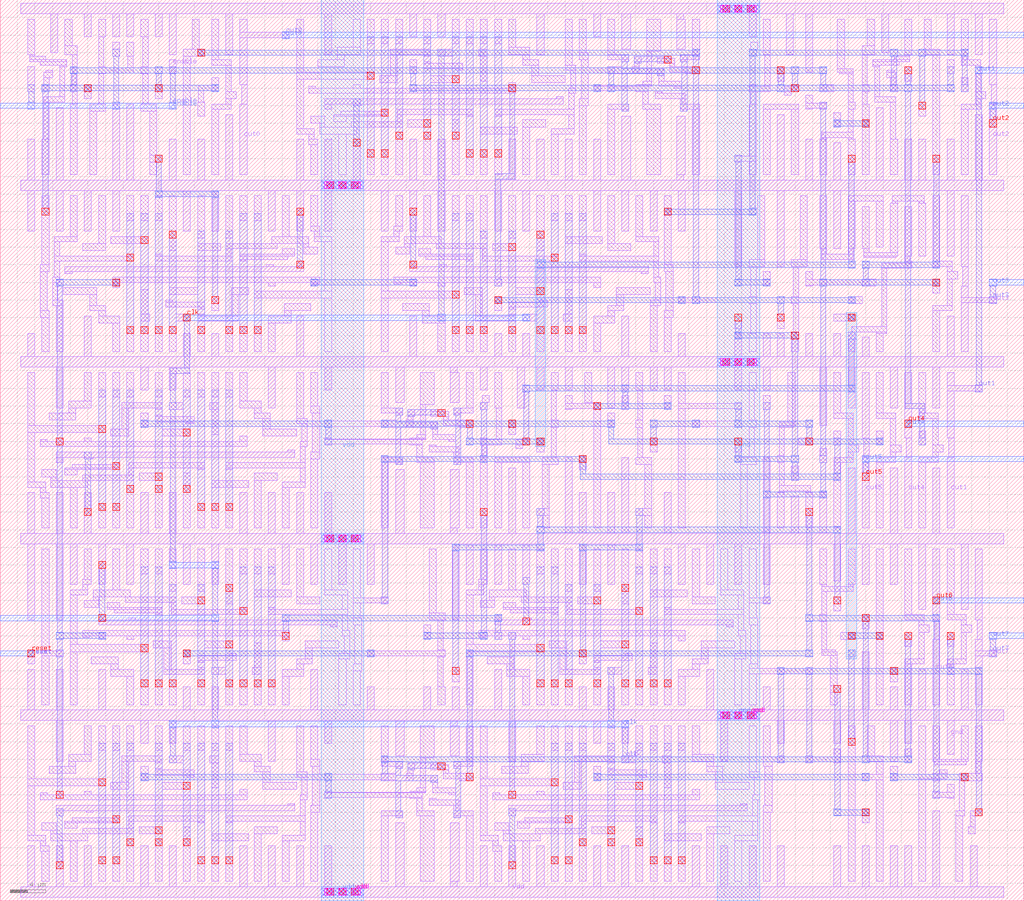
<source format=lef>
VERSION 5.7 ;
  NOWIREEXTENSIONATPIN ON ;
  DIVIDERCHAR "/" ;
  BUSBITCHARS "[]" ;
MACRO up_counter
  CLASS BLOCK ;
  FOREIGN up_counter ;
  ORIGIN 1.900 0.000 ;
  SIZE 115.800 BY 102.000 ;
  PIN vdd
    USE POWER ;
    PORT
      LAYER metal1 ;
        RECT 61.000 90.800 61.800 91.000 ;
        RECT 34.800 90.200 61.800 90.800 ;
        RECT 1.200 81.600 2.000 86.200 ;
        RECT 4.400 81.600 5.200 89.800 ;
        RECT 10.800 81.600 11.600 90.200 ;
        RECT 12.400 81.600 13.200 90.200 ;
        RECT 34.800 89.600 35.600 90.200 ;
        RECT 38.000 90.000 39.000 90.200 ;
        RECT 17.200 81.600 18.000 86.200 ;
        RECT 20.400 81.600 21.200 86.200 ;
        RECT 23.600 81.600 24.400 89.000 ;
        RECT 31.600 81.600 32.400 86.200 ;
        RECT 34.800 81.600 35.600 86.200 ;
        RECT 38.000 81.600 38.800 86.200 ;
        RECT 44.400 81.600 45.200 86.200 ;
        RECT 47.600 81.600 48.400 86.200 ;
        RECT 55.600 81.600 56.400 86.200 ;
        RECT 58.800 81.600 59.600 86.200 ;
        RECT 62.000 81.600 62.800 86.200 ;
        RECT 65.200 81.600 66.000 86.200 ;
        RECT 68.400 81.600 69.400 88.800 ;
        RECT 74.600 82.200 75.600 88.800 ;
        RECT 74.600 81.600 75.400 82.200 ;
        RECT 86.000 81.600 86.800 89.000 ;
        RECT 89.200 81.600 90.000 86.200 ;
        RECT 92.400 81.600 93.200 85.800 ;
        RECT 97.200 81.600 98.000 89.800 ;
        RECT 100.400 81.600 101.200 86.200 ;
        RECT 102.000 81.600 102.800 86.200 ;
        RECT 105.200 81.600 106.000 86.200 ;
        RECT 108.400 81.600 109.200 89.000 ;
        RECT 0.400 80.400 111.600 81.600 ;
        RECT 1.200 75.800 2.000 80.400 ;
        RECT 4.400 75.800 5.200 80.400 ;
        RECT 7.600 75.800 8.400 80.400 ;
        RECT 10.800 75.800 11.600 80.400 ;
        RECT 18.800 75.800 19.600 80.400 ;
        RECT 22.000 75.800 22.800 80.400 ;
        RECT 28.400 75.800 29.200 80.400 ;
        RECT 31.600 75.800 32.400 80.400 ;
        RECT 34.800 75.800 35.600 80.400 ;
        RECT 41.200 75.800 42.000 80.400 ;
        RECT 44.400 75.800 45.200 80.400 ;
        RECT 47.600 75.800 48.400 80.400 ;
        RECT 54.000 75.800 54.800 80.400 ;
        RECT 57.200 75.800 58.000 80.400 ;
        RECT 65.200 75.800 66.000 80.400 ;
        RECT 68.400 75.800 69.200 80.400 ;
        RECT 71.600 75.800 72.400 80.400 ;
        RECT 74.800 75.800 75.600 80.400 ;
        RECT 28.200 71.800 29.000 72.000 ;
        RECT 31.600 71.800 32.400 72.400 ;
        RECT 5.400 71.200 32.400 71.800 ;
        RECT 44.400 71.800 45.200 72.400 ;
        RECT 47.800 71.800 48.600 72.000 ;
        RECT 81.200 71.800 82.000 80.400 ;
        RECT 86.000 71.800 86.800 80.400 ;
        RECT 92.400 73.800 93.200 80.400 ;
        RECT 105.200 73.000 106.000 80.400 ;
        RECT 44.400 71.200 71.400 71.800 ;
        RECT 5.400 71.000 6.200 71.200 ;
        RECT 70.600 71.000 71.400 71.200 ;
        RECT 30.600 50.800 31.400 51.000 ;
        RECT 4.400 50.200 31.400 50.800 ;
        RECT 4.400 49.600 5.200 50.200 ;
        RECT 7.600 50.000 8.600 50.200 ;
        RECT 1.200 41.600 2.000 46.200 ;
        RECT 4.400 41.600 5.200 46.200 ;
        RECT 7.600 41.600 8.400 46.200 ;
        RECT 14.000 41.600 14.800 46.200 ;
        RECT 17.200 41.600 18.000 46.200 ;
        RECT 25.200 41.600 26.000 46.200 ;
        RECT 28.400 41.600 29.200 46.200 ;
        RECT 31.600 41.600 32.400 46.200 ;
        RECT 34.800 41.600 35.600 46.200 ;
        RECT 42.800 41.600 43.800 48.800 ;
        RECT 49.000 42.200 50.000 48.800 ;
        RECT 49.000 41.600 49.800 42.200 ;
        RECT 55.600 41.600 56.400 49.000 ;
        RECT 62.000 41.600 62.800 50.200 ;
        RECT 63.600 41.600 64.400 46.200 ;
        RECT 66.800 41.600 67.600 46.200 ;
        RECT 68.400 41.600 69.200 50.200 ;
        RECT 73.200 41.600 74.000 46.200 ;
        RECT 84.400 41.600 85.200 50.200 ;
        RECT 87.600 41.600 88.400 45.800 ;
        RECT 90.800 41.600 91.600 46.200 ;
        RECT 94.000 41.600 94.800 49.000 ;
        RECT 98.800 41.600 99.600 49.000 ;
        RECT 103.600 41.600 104.400 49.000 ;
        RECT 0.400 40.400 111.600 41.600 ;
        RECT 1.200 31.800 2.000 40.400 ;
        RECT 4.400 31.800 5.200 40.400 ;
        RECT 6.000 35.800 6.800 40.400 ;
        RECT 9.200 35.800 10.000 40.400 ;
        RECT 12.400 35.800 13.200 40.400 ;
        RECT 18.800 35.800 19.600 40.400 ;
        RECT 22.000 35.800 22.800 40.400 ;
        RECT 30.000 35.800 30.800 40.400 ;
        RECT 33.200 35.800 34.000 40.400 ;
        RECT 36.400 35.800 37.200 40.400 ;
        RECT 39.600 35.800 40.400 40.400 ;
        RECT 9.200 31.800 10.000 32.400 ;
        RECT 12.600 31.800 13.400 32.000 ;
        RECT 49.200 31.800 50.000 40.400 ;
        RECT 50.800 35.800 51.600 40.400 ;
        RECT 54.000 35.800 54.800 40.400 ;
        RECT 57.200 35.800 58.000 40.400 ;
        RECT 63.600 35.800 64.400 40.400 ;
        RECT 66.800 35.800 67.600 40.400 ;
        RECT 74.800 35.800 75.600 40.400 ;
        RECT 78.000 35.800 78.800 40.400 ;
        RECT 81.200 35.800 82.000 40.400 ;
        RECT 84.400 35.800 85.200 40.400 ;
        RECT 92.400 36.200 93.200 40.400 ;
        RECT 95.600 35.800 96.400 40.400 ;
        RECT 98.800 35.800 99.600 40.400 ;
        RECT 102.000 33.000 102.800 40.400 ;
        RECT 106.800 33.000 107.600 40.400 ;
        RECT 54.000 31.800 54.800 32.400 ;
        RECT 57.200 31.800 58.200 32.000 ;
        RECT 9.200 31.200 36.200 31.800 ;
        RECT 54.000 31.200 81.000 31.800 ;
        RECT 35.400 31.000 36.200 31.200 ;
        RECT 80.200 31.000 81.000 31.200 ;
        RECT 30.600 10.800 31.400 11.000 ;
        RECT 81.800 10.800 82.600 11.000 ;
        RECT 4.400 10.200 31.400 10.800 ;
        RECT 55.600 10.200 82.600 10.800 ;
        RECT 4.400 9.600 5.200 10.200 ;
        RECT 7.800 10.000 8.600 10.200 ;
        RECT 55.600 9.600 56.400 10.200 ;
        RECT 59.000 10.000 59.800 10.200 ;
        RECT 1.200 1.600 2.000 6.200 ;
        RECT 4.400 1.600 5.200 6.200 ;
        RECT 7.600 1.600 8.400 6.200 ;
        RECT 14.000 1.600 14.800 6.200 ;
        RECT 17.200 1.600 18.000 6.200 ;
        RECT 25.200 1.600 26.000 6.200 ;
        RECT 28.400 1.600 29.200 6.200 ;
        RECT 31.600 1.600 32.400 6.200 ;
        RECT 34.800 1.600 35.600 6.200 ;
        RECT 42.800 1.600 43.800 8.800 ;
        RECT 49.000 2.200 50.000 8.800 ;
        RECT 49.000 1.600 49.800 2.200 ;
        RECT 52.400 1.600 53.200 6.200 ;
        RECT 55.600 1.600 56.400 6.200 ;
        RECT 58.800 1.600 59.600 6.200 ;
        RECT 65.200 1.600 66.000 6.200 ;
        RECT 68.400 1.600 69.200 6.200 ;
        RECT 76.400 1.600 77.200 6.200 ;
        RECT 79.600 1.600 80.400 6.200 ;
        RECT 82.800 1.600 83.600 6.200 ;
        RECT 86.000 1.600 86.800 6.200 ;
        RECT 92.400 1.600 93.200 6.200 ;
        RECT 95.600 1.600 96.400 6.200 ;
        RECT 98.800 1.600 99.600 6.200 ;
        RECT 100.400 1.600 101.200 6.200 ;
        RECT 103.600 1.600 104.400 10.200 ;
        RECT 107.800 1.600 108.600 6.200 ;
        RECT 0.400 0.400 111.600 1.600 ;
      LAYER via1 ;
        RECT 38.000 85.400 38.800 86.200 ;
        RECT 35.000 80.600 35.800 81.400 ;
        RECT 36.400 80.600 37.200 81.400 ;
        RECT 37.800 80.600 38.600 81.400 ;
        RECT 31.600 77.600 32.400 78.400 ;
        RECT 44.400 77.600 45.200 78.400 ;
        RECT 31.600 71.600 32.400 72.400 ;
        RECT 44.400 71.600 45.200 72.400 ;
        RECT 7.600 43.600 8.400 44.400 ;
        RECT 35.000 40.600 35.800 41.400 ;
        RECT 36.400 40.600 37.200 41.400 ;
        RECT 37.800 40.600 38.600 41.400 ;
        RECT 9.200 37.600 10.000 38.400 ;
        RECT 9.200 31.600 10.000 32.400 ;
        RECT 57.200 31.200 58.000 32.000 ;
        RECT 4.400 3.600 5.200 4.400 ;
        RECT 55.600 3.600 56.400 4.400 ;
        RECT 35.000 0.600 35.800 1.400 ;
        RECT 36.400 0.600 37.200 1.400 ;
        RECT 37.800 0.600 38.600 1.400 ;
      LAYER metal2 ;
        RECT 38.000 90.000 38.800 90.800 ;
        RECT 38.100 86.200 38.700 90.000 ;
        RECT 38.000 85.400 38.800 86.200 ;
        RECT 34.400 80.600 39.200 81.400 ;
        RECT 31.600 77.600 32.400 78.400 ;
        RECT 44.400 77.600 45.200 78.400 ;
        RECT 31.700 72.400 32.300 77.600 ;
        RECT 44.500 72.400 45.100 77.600 ;
        RECT 31.600 71.600 32.400 72.400 ;
        RECT 44.400 71.600 45.200 72.400 ;
        RECT 7.600 50.000 8.400 50.800 ;
        RECT 7.700 44.400 8.300 50.000 ;
        RECT 7.600 43.600 8.400 44.400 ;
        RECT 34.400 40.600 39.200 41.400 ;
        RECT 9.200 37.600 10.000 38.400 ;
        RECT 9.300 32.400 9.900 37.600 ;
        RECT 57.200 35.800 58.000 36.600 ;
        RECT 9.200 31.600 10.000 32.400 ;
        RECT 57.300 32.000 57.900 35.800 ;
        RECT 57.200 31.200 58.000 32.000 ;
        RECT 4.400 9.600 5.200 10.400 ;
        RECT 55.600 9.600 56.400 10.400 ;
        RECT 4.500 4.400 5.100 9.600 ;
        RECT 55.700 4.400 56.300 9.600 ;
        RECT 4.400 3.600 5.200 4.400 ;
        RECT 55.600 3.600 56.400 4.400 ;
        RECT 34.400 0.600 39.200 1.400 ;
      LAYER via2 ;
        RECT 35.000 80.600 35.800 81.400 ;
        RECT 36.400 80.600 37.200 81.400 ;
        RECT 37.800 80.600 38.600 81.400 ;
        RECT 35.000 40.600 35.800 41.400 ;
        RECT 36.400 40.600 37.200 41.400 ;
        RECT 37.800 40.600 38.600 41.400 ;
        RECT 35.000 0.600 35.800 1.400 ;
        RECT 36.400 0.600 37.200 1.400 ;
        RECT 37.800 0.600 38.600 1.400 ;
      LAYER metal3 ;
        RECT 34.400 80.400 39.200 81.600 ;
        RECT 34.400 40.400 39.200 41.600 ;
        RECT 34.400 0.400 39.200 1.600 ;
      LAYER via3 ;
        RECT 34.800 80.600 35.600 81.400 ;
        RECT 36.400 80.600 37.200 81.400 ;
        RECT 38.000 80.600 38.800 81.400 ;
        RECT 34.800 40.600 35.600 41.400 ;
        RECT 36.400 40.600 37.200 41.400 ;
        RECT 38.000 40.600 38.800 41.400 ;
        RECT 34.800 0.600 35.600 1.400 ;
        RECT 36.400 0.600 37.200 1.400 ;
        RECT 38.000 0.600 38.800 1.400 ;
      LAYER metal4 ;
        RECT 34.400 0.000 39.200 102.000 ;
    END
  END vdd
  PIN gnd
    USE GROUND ;
    PORT
      LAYER metal1 ;
        RECT 0.400 100.400 111.600 101.600 ;
        RECT 3.800 96.000 4.600 100.400 ;
        RECT 7.600 97.800 8.400 100.400 ;
        RECT 10.800 97.800 11.600 100.400 ;
        RECT 12.400 97.800 13.200 100.400 ;
        RECT 15.600 97.800 16.400 100.400 ;
        RECT 17.200 95.800 18.000 100.400 ;
        RECT 23.600 95.800 24.400 100.400 ;
        RECT 34.800 95.800 35.600 100.400 ;
        RECT 44.400 97.800 45.200 100.400 ;
        RECT 47.600 97.800 48.400 100.400 ;
        RECT 58.800 95.800 59.600 100.400 ;
        RECT 65.200 97.800 66.000 100.400 ;
        RECT 68.400 96.400 69.400 100.400 ;
        RECT 74.600 99.800 75.400 100.400 ;
        RECT 74.600 96.400 75.600 99.800 ;
        RECT 82.800 97.800 83.600 100.400 ;
        RECT 87.000 95.800 87.800 100.400 ;
        RECT 89.200 93.800 90.000 100.400 ;
        RECT 97.800 96.000 98.600 100.400 ;
        RECT 105.200 95.800 106.000 100.400 ;
        RECT 108.400 95.800 109.200 100.400 ;
        RECT 1.200 61.600 2.000 64.200 ;
        RECT 7.600 61.600 8.400 66.200 ;
        RECT 18.800 61.600 19.600 64.200 ;
        RECT 22.000 61.600 22.800 64.200 ;
        RECT 31.600 61.600 32.400 66.200 ;
        RECT 44.400 61.600 45.200 66.200 ;
        RECT 54.000 61.600 54.800 64.200 ;
        RECT 57.200 61.600 58.000 64.200 ;
        RECT 68.400 61.600 69.200 66.200 ;
        RECT 74.800 61.600 75.600 64.200 ;
        RECT 81.200 61.600 82.000 64.200 ;
        RECT 84.400 61.600 85.200 64.200 ;
        RECT 86.000 61.600 86.800 64.200 ;
        RECT 89.200 61.600 90.000 64.200 ;
        RECT 92.400 61.600 93.200 64.200 ;
        RECT 95.600 61.600 96.400 63.800 ;
        RECT 105.200 61.600 106.000 66.200 ;
        RECT 0.400 60.400 111.600 61.600 ;
        RECT 4.400 55.800 5.200 60.400 ;
        RECT 14.000 57.800 14.800 60.400 ;
        RECT 17.200 57.800 18.000 60.400 ;
        RECT 28.400 55.800 29.200 60.400 ;
        RECT 34.800 57.800 35.600 60.400 ;
        RECT 42.800 56.400 43.800 60.400 ;
        RECT 49.000 59.800 49.800 60.400 ;
        RECT 49.000 56.400 50.000 59.800 ;
        RECT 52.400 57.800 53.200 60.400 ;
        RECT 56.600 55.800 57.400 60.400 ;
        RECT 58.800 57.800 59.600 60.400 ;
        RECT 62.000 57.800 62.800 60.400 ;
        RECT 66.800 55.800 67.600 60.400 ;
        RECT 68.400 57.800 69.200 60.400 ;
        RECT 71.600 57.800 72.400 60.400 ;
        RECT 73.200 57.800 74.000 60.400 ;
        RECT 81.200 57.800 82.000 60.400 ;
        RECT 84.400 57.800 85.200 60.400 ;
        RECT 90.800 53.800 91.600 60.400 ;
        RECT 94.000 55.800 94.800 60.400 ;
        RECT 98.800 55.800 99.600 60.400 ;
        RECT 103.600 55.800 104.400 60.400 ;
        RECT 1.200 21.600 2.000 26.200 ;
        RECT 4.400 21.600 5.200 26.200 ;
        RECT 9.200 21.600 10.000 26.200 ;
        RECT 18.800 21.600 19.600 24.200 ;
        RECT 22.000 21.600 22.800 24.200 ;
        RECT 33.200 21.600 34.000 26.200 ;
        RECT 39.600 21.600 40.400 24.200 ;
        RECT 46.000 21.600 46.800 24.200 ;
        RECT 49.200 21.600 50.000 24.200 ;
        RECT 54.000 21.600 54.800 26.200 ;
        RECT 63.600 21.600 64.400 24.200 ;
        RECT 66.800 21.600 67.600 24.200 ;
        RECT 78.000 21.600 78.800 26.200 ;
        RECT 84.400 21.600 85.200 24.200 ;
        RECT 95.600 21.600 96.400 28.200 ;
        RECT 98.800 21.600 99.600 24.200 ;
        RECT 102.000 21.600 102.800 26.200 ;
        RECT 106.800 21.600 107.600 26.200 ;
        RECT 0.400 20.400 111.600 21.600 ;
        RECT 4.400 15.800 5.200 20.400 ;
        RECT 14.000 17.800 14.800 20.400 ;
        RECT 17.200 17.800 18.000 20.400 ;
        RECT 28.400 15.800 29.200 20.400 ;
        RECT 34.800 17.800 35.600 20.400 ;
        RECT 42.800 16.400 43.800 20.400 ;
        RECT 49.000 19.800 49.800 20.400 ;
        RECT 49.000 16.400 50.000 19.800 ;
        RECT 55.600 15.800 56.400 20.400 ;
        RECT 65.200 17.800 66.000 20.400 ;
        RECT 68.400 17.800 69.200 20.400 ;
        RECT 79.600 15.800 80.400 20.400 ;
        RECT 86.000 17.800 86.800 20.400 ;
        RECT 92.400 17.800 93.200 20.400 ;
        RECT 98.800 15.800 99.600 20.400 ;
        RECT 100.400 17.800 101.200 20.400 ;
        RECT 105.200 16.600 106.000 20.400 ;
      LAYER via1 ;
        RECT 79.800 100.600 80.600 101.400 ;
        RECT 81.200 100.600 82.000 101.400 ;
        RECT 82.600 100.600 83.400 101.400 ;
        RECT 79.800 60.600 80.600 61.400 ;
        RECT 81.200 60.600 82.000 61.400 ;
        RECT 82.600 60.600 83.400 61.400 ;
        RECT 79.800 20.600 80.600 21.400 ;
        RECT 81.200 20.600 82.000 21.400 ;
        RECT 82.600 20.600 83.400 21.400 ;
      LAYER metal2 ;
        RECT 79.200 100.600 84.000 101.400 ;
        RECT 79.200 60.600 84.000 61.400 ;
        RECT 79.200 20.600 84.000 21.400 ;
      LAYER via2 ;
        RECT 79.800 100.600 80.600 101.400 ;
        RECT 81.200 100.600 82.000 101.400 ;
        RECT 82.600 100.600 83.400 101.400 ;
        RECT 79.800 60.600 80.600 61.400 ;
        RECT 81.200 60.600 82.000 61.400 ;
        RECT 82.600 60.600 83.400 61.400 ;
        RECT 79.800 20.600 80.600 21.400 ;
        RECT 81.200 20.600 82.000 21.400 ;
        RECT 82.600 20.600 83.400 21.400 ;
      LAYER metal3 ;
        RECT 79.200 100.400 84.000 101.600 ;
        RECT 79.200 60.400 84.000 61.600 ;
        RECT 79.200 20.400 84.000 21.600 ;
      LAYER via3 ;
        RECT 79.600 100.600 80.400 101.400 ;
        RECT 81.200 100.600 82.000 101.400 ;
        RECT 82.800 100.600 83.600 101.400 ;
        RECT 79.600 60.600 80.400 61.400 ;
        RECT 81.200 60.600 82.000 61.400 ;
        RECT 82.800 60.600 83.600 61.400 ;
        RECT 79.600 20.600 80.400 21.400 ;
        RECT 81.200 20.600 82.000 21.400 ;
        RECT 82.800 20.600 83.600 21.400 ;
      LAYER metal4 ;
        RECT 79.200 0.000 84.000 102.000 ;
    END
  END gnd
  PIN enable
    PORT
      LAYER metal1 ;
        RECT 10.800 95.600 11.600 97.200 ;
        RECT 1.200 91.600 2.000 94.400 ;
        RECT 17.200 93.600 18.000 95.200 ;
      LAYER metal2 ;
        RECT 10.800 95.600 11.600 96.400 ;
        RECT 1.200 91.600 2.000 92.400 ;
        RECT 1.300 90.400 1.900 91.600 ;
        RECT 10.900 90.400 11.500 95.600 ;
        RECT 17.200 93.600 18.000 94.400 ;
        RECT 17.300 90.400 17.900 93.600 ;
        RECT 1.200 89.600 2.000 90.400 ;
        RECT 10.800 89.600 11.600 90.400 ;
        RECT 17.200 89.600 18.000 90.400 ;
      LAYER metal3 ;
        RECT 1.200 90.300 2.000 90.400 ;
        RECT 10.800 90.300 11.600 90.400 ;
        RECT 17.200 90.300 18.000 90.400 ;
        RECT -1.900 89.700 18.000 90.300 ;
        RECT 1.200 89.600 2.000 89.700 ;
        RECT 10.800 89.600 11.600 89.700 ;
        RECT 17.200 89.600 18.000 89.700 ;
    END
  END enable
  PIN clk
    PORT
      LAYER metal1 ;
        RECT 47.600 95.600 49.200 96.400 ;
        RECT 18.000 65.600 19.600 66.400 ;
        RECT 57.200 65.600 58.800 66.400 ;
        RECT 17.200 55.600 18.800 56.400 ;
        RECT 22.000 25.600 23.600 26.400 ;
        RECT 66.800 25.600 68.400 26.400 ;
        RECT 17.200 15.600 18.800 16.400 ;
        RECT 68.400 15.600 70.000 16.400 ;
      LAYER via1 ;
        RECT 18.800 65.600 19.600 66.400 ;
      LAYER metal2 ;
        RECT 47.600 95.600 48.400 96.400 ;
        RECT 47.700 66.400 48.300 95.600 ;
        RECT 18.800 65.600 19.600 66.400 ;
        RECT 47.600 65.600 48.400 66.400 ;
        RECT 57.200 65.600 58.000 66.400 ;
        RECT 18.900 60.300 19.500 65.600 ;
        RECT 17.300 59.700 19.500 60.300 ;
        RECT 17.300 56.400 17.900 59.700 ;
        RECT 17.200 55.600 18.000 56.400 ;
        RECT 17.300 38.400 17.900 55.600 ;
        RECT 17.200 37.600 18.000 38.400 ;
        RECT 22.000 37.600 22.800 38.400 ;
        RECT 22.100 32.400 22.700 37.600 ;
        RECT 22.000 31.600 22.800 32.400 ;
        RECT 22.100 26.400 22.700 31.600 ;
        RECT 22.000 25.600 22.800 26.400 ;
        RECT 66.800 25.600 67.600 26.400 ;
        RECT 22.100 20.400 22.700 25.600 ;
        RECT 66.900 20.400 67.500 25.600 ;
        RECT 17.200 19.600 18.000 20.400 ;
        RECT 22.000 19.600 22.800 20.400 ;
        RECT 66.800 19.600 67.600 20.400 ;
        RECT 68.400 19.600 69.200 20.400 ;
        RECT 17.300 16.400 17.900 19.600 ;
        RECT 68.500 16.400 69.100 19.600 ;
        RECT 17.200 15.600 18.000 16.400 ;
        RECT 68.400 15.600 69.200 16.400 ;
      LAYER metal3 ;
        RECT 18.800 66.300 19.600 66.400 ;
        RECT 47.600 66.300 48.400 66.400 ;
        RECT 57.200 66.300 58.000 66.400 ;
        RECT 18.800 65.700 58.000 66.300 ;
        RECT 18.800 65.600 19.600 65.700 ;
        RECT 47.600 65.600 48.400 65.700 ;
        RECT 57.200 65.600 58.000 65.700 ;
        RECT 17.200 38.300 18.000 38.400 ;
        RECT 22.000 38.300 22.800 38.400 ;
        RECT 17.200 37.700 22.800 38.300 ;
        RECT 17.200 37.600 18.000 37.700 ;
        RECT 22.000 37.600 22.800 37.700 ;
        RECT 22.000 32.300 22.800 32.400 ;
        RECT -1.900 31.700 22.800 32.300 ;
        RECT 22.000 31.600 22.800 31.700 ;
        RECT 17.200 20.300 18.000 20.400 ;
        RECT 22.000 20.300 22.800 20.400 ;
        RECT 66.800 20.300 67.600 20.400 ;
        RECT 68.400 20.300 69.200 20.400 ;
        RECT 17.200 19.700 69.200 20.300 ;
        RECT 17.200 19.600 18.000 19.700 ;
        RECT 22.000 19.600 22.800 19.700 ;
        RECT 66.800 19.600 67.600 19.700 ;
        RECT 68.400 19.600 69.200 19.700 ;
    END
  END clk
  PIN reset
    PORT
      LAYER metal1 ;
        RECT 1.200 26.800 2.000 28.400 ;
      LAYER via1 ;
        RECT 1.200 27.600 2.000 28.400 ;
      LAYER metal2 ;
        RECT 1.200 27.600 2.000 28.400 ;
      LAYER metal3 ;
        RECT 1.200 28.300 2.000 28.400 ;
        RECT -1.900 27.700 2.000 28.300 ;
        RECT 1.200 27.600 2.000 27.700 ;
    END
  END reset
  PIN out0
    PORT
      LAYER metal1 ;
        RECT 25.200 98.300 26.000 99.800 ;
        RECT 30.000 98.300 30.800 98.400 ;
        RECT 25.200 97.700 30.800 98.300 ;
        RECT 25.200 92.400 26.000 97.700 ;
        RECT 30.000 97.600 30.800 97.700 ;
        RECT 25.400 90.200 26.000 92.400 ;
        RECT 25.200 82.200 26.000 90.200 ;
      LAYER metal2 ;
        RECT 30.000 97.600 30.800 98.400 ;
      LAYER metal3 ;
        RECT 30.000 98.300 30.800 98.400 ;
        RECT 30.000 97.700 113.900 98.300 ;
        RECT 30.000 97.600 30.800 97.700 ;
    END
  END out0
  PIN out1
    PORT
      LAYER metal1 ;
        RECT 105.200 58.300 106.000 59.800 ;
        RECT 108.400 58.300 109.200 58.400 ;
        RECT 105.200 57.700 109.200 58.300 ;
        RECT 105.200 52.400 106.000 57.700 ;
        RECT 108.400 57.600 109.200 57.700 ;
        RECT 105.400 50.200 106.000 52.400 ;
        RECT 105.200 42.200 106.000 50.200 ;
      LAYER metal2 ;
        RECT 108.400 93.600 109.200 94.400 ;
        RECT 108.500 58.400 109.100 93.600 ;
        RECT 108.400 57.600 109.200 58.400 ;
      LAYER metal3 ;
        RECT 108.400 94.300 109.200 94.400 ;
        RECT 108.400 93.700 113.900 94.300 ;
        RECT 108.400 93.600 109.200 93.700 ;
    END
  END out1
  PIN out2
    PORT
      LAYER metal1 ;
        RECT 110.000 92.400 110.800 99.800 ;
        RECT 110.200 90.200 110.800 92.400 ;
        RECT 110.000 82.200 110.800 90.200 ;
      LAYER via1 ;
        RECT 110.000 87.600 110.800 88.400 ;
      LAYER metal2 ;
        RECT 110.000 89.600 110.800 90.400 ;
        RECT 110.100 88.400 110.700 89.600 ;
        RECT 110.000 87.600 110.800 88.400 ;
      LAYER metal3 ;
        RECT 110.000 90.300 110.800 90.400 ;
        RECT 110.000 89.700 113.900 90.300 ;
        RECT 110.000 89.600 110.800 89.700 ;
    END
  END out2
  PIN out3
    PORT
      LAYER metal1 ;
        RECT 106.800 71.800 107.600 79.800 ;
        RECT 107.000 69.600 107.600 71.800 ;
        RECT 106.800 68.300 107.600 69.600 ;
        RECT 110.000 68.300 110.800 68.400 ;
        RECT 106.800 67.700 110.800 68.300 ;
        RECT 106.800 62.200 107.600 67.700 ;
        RECT 110.000 67.600 110.800 67.700 ;
      LAYER metal2 ;
        RECT 110.000 69.600 110.800 70.400 ;
        RECT 110.100 68.400 110.700 69.600 ;
        RECT 110.000 67.600 110.800 68.400 ;
      LAYER metal3 ;
        RECT 110.000 70.300 110.800 70.400 ;
        RECT 110.000 69.700 113.900 70.300 ;
        RECT 110.000 69.600 110.800 69.700 ;
    END
  END out3
  PIN out4
    PORT
      LAYER metal1 ;
        RECT 100.400 52.400 101.200 59.800 ;
        RECT 100.600 50.200 101.200 52.400 ;
        RECT 100.400 42.200 101.200 50.200 ;
      LAYER via1 ;
        RECT 100.400 53.600 101.200 54.400 ;
      LAYER metal2 ;
        RECT 100.400 53.600 101.200 54.400 ;
      LAYER metal3 ;
        RECT 100.400 54.300 101.200 54.400 ;
        RECT 100.400 53.700 113.900 54.300 ;
        RECT 100.400 53.600 101.200 53.700 ;
    END
  END out4
  PIN out5
    PORT
      LAYER metal1 ;
        RECT 95.600 52.400 96.400 59.800 ;
        RECT 95.800 50.200 96.400 52.400 ;
        RECT 95.600 42.200 96.400 50.200 ;
      LAYER via1 ;
        RECT 95.600 47.600 96.400 48.400 ;
      LAYER metal2 ;
        RECT 95.600 49.600 96.400 50.400 ;
        RECT 95.700 48.400 96.300 49.600 ;
        RECT 95.600 47.600 96.400 48.400 ;
      LAYER metal3 ;
        RECT 95.600 50.300 96.400 50.400 ;
        RECT 95.600 49.700 113.900 50.300 ;
        RECT 95.600 49.600 96.400 49.700 ;
    END
  END out5
  PIN out6
    PORT
      LAYER metal1 ;
        RECT 103.600 31.800 104.400 39.800 ;
        RECT 103.800 29.600 104.400 31.800 ;
        RECT 103.600 22.200 104.400 29.600 ;
      LAYER via1 ;
        RECT 103.600 33.600 104.400 34.400 ;
      LAYER metal2 ;
        RECT 103.600 33.600 104.400 34.400 ;
      LAYER metal3 ;
        RECT 103.600 34.300 104.400 34.400 ;
        RECT 103.600 33.700 113.900 34.300 ;
        RECT 103.600 33.600 104.400 33.700 ;
    END
  END out6
  PIN out7
    PORT
      LAYER metal1 ;
        RECT 108.400 31.800 109.200 39.800 ;
        RECT 108.600 29.600 109.200 31.800 ;
        RECT 108.400 28.300 109.200 29.600 ;
        RECT 110.000 28.300 110.800 28.400 ;
        RECT 108.400 27.700 110.800 28.300 ;
        RECT 108.400 22.200 109.200 27.700 ;
        RECT 110.000 27.600 110.800 27.700 ;
      LAYER metal2 ;
        RECT 110.000 29.600 110.800 30.400 ;
        RECT 110.100 28.400 110.700 29.600 ;
        RECT 110.000 27.600 110.800 28.400 ;
      LAYER metal3 ;
        RECT 110.000 30.300 110.800 30.400 ;
        RECT 110.000 29.700 113.900 30.300 ;
        RECT 110.000 29.600 110.800 29.700 ;
    END
  END out7
  OBS
      LAYER metal1 ;
        RECT 1.200 95.800 2.000 99.800 ;
        RECT 5.400 96.800 6.200 99.800 ;
        RECT 9.200 97.800 10.000 99.800 ;
        RECT 14.000 97.800 14.800 99.800 ;
        RECT 5.400 95.800 6.800 96.800 ;
        RECT 1.400 95.600 2.000 95.800 ;
        RECT 1.400 95.200 3.200 95.600 ;
        RECT 1.400 95.000 5.600 95.200 ;
        RECT 2.600 94.600 5.600 95.000 ;
        RECT 4.800 94.400 5.600 94.600 ;
        RECT 3.200 93.800 4.000 94.000 ;
        RECT 3.000 93.200 4.000 93.800 ;
        RECT 3.000 92.400 3.600 93.200 ;
        RECT 2.800 91.600 3.600 92.400 ;
        RECT 4.800 91.000 5.400 94.400 ;
        RECT 6.200 92.400 6.800 95.800 ;
        RECT 9.200 94.400 9.800 97.800 ;
        RECT 12.400 95.600 13.200 97.200 ;
        RECT 9.200 94.300 10.000 94.400 ;
        RECT 12.500 94.300 13.100 95.600 ;
        RECT 14.200 94.400 14.800 97.800 ;
        RECT 19.800 96.400 20.600 99.800 ;
        RECT 9.200 93.700 13.100 94.300 ;
        RECT 9.200 93.600 10.000 93.700 ;
        RECT 14.000 93.600 14.800 94.400 ;
        RECT 6.000 91.600 6.800 92.400 ;
        RECT 3.000 90.400 5.400 91.000 ;
        RECT 3.000 86.200 3.600 90.400 ;
        RECT 6.200 90.200 6.800 91.600 ;
        RECT 7.600 90.800 8.400 92.400 ;
        RECT 9.200 90.200 9.800 93.600 ;
        RECT 14.200 90.200 14.800 93.600 ;
        RECT 18.800 95.600 21.200 96.400 ;
        RECT 15.600 90.800 16.400 92.400 ;
        RECT 2.800 82.200 3.600 86.200 ;
        RECT 6.000 82.200 6.800 90.200 ;
        RECT 8.200 89.400 10.000 90.200 ;
        RECT 14.000 89.400 15.800 90.200 ;
        RECT 8.200 82.200 9.000 89.400 ;
        RECT 15.000 84.400 15.800 89.400 ;
        RECT 15.000 83.600 16.400 84.400 ;
        RECT 15.000 82.200 15.800 83.600 ;
        RECT 18.800 82.200 19.600 95.600 ;
        RECT 22.000 95.200 22.800 99.800 ;
        RECT 22.000 94.600 24.200 95.200 ;
        RECT 22.000 92.300 22.800 93.200 ;
        RECT 20.500 91.700 22.800 92.300 ;
        RECT 20.500 90.400 21.100 91.700 ;
        RECT 22.000 91.600 22.800 91.700 ;
        RECT 23.600 91.600 24.200 94.600 ;
        RECT 31.600 93.800 32.400 99.800 ;
        RECT 38.000 96.600 38.800 99.800 ;
        RECT 39.600 97.000 40.400 99.800 ;
        RECT 41.200 97.000 42.000 99.800 ;
        RECT 42.800 97.000 43.600 99.800 ;
        RECT 46.000 97.000 46.800 99.800 ;
        RECT 49.200 97.000 50.000 99.800 ;
        RECT 50.800 97.000 51.600 99.800 ;
        RECT 52.400 97.000 53.200 99.800 ;
        RECT 54.000 97.000 54.800 99.800 ;
        RECT 36.200 95.800 38.800 96.600 ;
        RECT 55.600 96.600 56.400 99.800 ;
        RECT 42.200 95.800 46.800 96.400 ;
        RECT 36.200 95.200 37.000 95.800 ;
        RECT 34.000 94.400 37.000 95.200 ;
        RECT 31.600 93.000 40.400 93.800 ;
        RECT 42.200 93.400 43.000 95.800 ;
        RECT 46.000 95.600 46.800 95.800 ;
        RECT 52.200 95.600 53.200 96.400 ;
        RECT 55.600 95.800 58.000 96.600 ;
        RECT 44.400 93.600 45.200 95.200 ;
        RECT 46.000 94.800 46.800 95.000 ;
        RECT 46.000 94.200 50.400 94.800 ;
        RECT 49.600 94.000 50.400 94.200 ;
        RECT 23.600 90.800 24.800 91.600 ;
        RECT 20.400 88.800 21.200 90.400 ;
        RECT 23.600 90.200 24.200 90.800 ;
        RECT 22.000 89.600 24.200 90.200 ;
        RECT 22.000 82.200 22.800 89.600 ;
        RECT 31.600 87.400 32.400 93.000 ;
        RECT 41.000 92.600 43.000 93.400 ;
        RECT 46.800 92.600 50.000 93.400 ;
        RECT 52.400 92.800 53.200 95.600 ;
        RECT 57.200 95.200 58.000 95.800 ;
        RECT 57.200 94.600 59.000 95.200 ;
        RECT 58.200 93.400 59.000 94.600 ;
        RECT 62.000 94.600 62.800 99.800 ;
        RECT 63.600 96.000 64.400 99.800 ;
        RECT 63.600 95.200 64.600 96.000 ;
        RECT 66.800 95.800 67.600 99.800 ;
        RECT 71.200 96.200 72.800 99.800 ;
        RECT 66.800 95.200 69.200 95.800 ;
        RECT 62.000 94.000 63.200 94.600 ;
        RECT 58.200 92.600 62.000 93.400 ;
        RECT 33.000 92.000 33.800 92.200 ;
        RECT 38.000 92.000 38.800 92.400 ;
        RECT 55.600 92.000 56.400 92.600 ;
        RECT 62.600 92.000 63.200 94.000 ;
        RECT 33.000 91.400 56.400 92.000 ;
        RECT 62.400 91.400 63.200 92.000 ;
        RECT 63.800 94.300 64.600 95.200 ;
        RECT 68.400 95.000 69.200 95.200 ;
        RECT 69.800 94.800 70.600 95.600 ;
        RECT 69.800 94.400 70.400 94.800 ;
        RECT 66.800 94.300 68.400 94.400 ;
        RECT 63.800 93.700 68.400 94.300 ;
        RECT 62.400 89.600 63.000 91.400 ;
        RECT 63.800 90.800 64.600 93.700 ;
        RECT 66.800 93.600 68.400 93.700 ;
        RECT 69.600 93.600 70.400 94.400 ;
        RECT 71.200 92.800 71.800 96.200 ;
        RECT 76.400 95.800 77.200 99.800 ;
        RECT 83.000 96.400 83.800 97.200 ;
        RECT 72.400 95.400 74.000 95.600 ;
        RECT 72.400 94.800 74.400 95.400 ;
        RECT 75.000 95.200 77.200 95.800 ;
        RECT 82.800 95.600 83.600 96.400 ;
        RECT 84.400 95.800 85.200 99.800 ;
        RECT 75.000 95.000 75.800 95.200 ;
        RECT 73.800 94.400 74.400 94.800 ;
        RECT 72.400 93.400 73.200 94.200 ;
        RECT 73.800 93.800 77.200 94.400 ;
        RECT 75.600 93.600 77.200 93.800 ;
        RECT 70.800 92.400 71.800 92.800 ;
        RECT 65.200 92.300 66.000 92.400 ;
        RECT 70.000 92.300 71.800 92.400 ;
        RECT 65.200 92.200 71.800 92.300 ;
        RECT 72.600 92.800 73.200 93.400 ;
        RECT 72.600 92.200 75.200 92.800 ;
        RECT 65.200 91.700 71.400 92.200 ;
        RECT 74.400 92.000 75.200 92.200 ;
        RECT 82.800 92.200 83.600 92.400 ;
        RECT 84.600 92.200 85.200 95.800 ;
        RECT 86.000 92.800 86.800 94.400 ;
        RECT 92.800 94.200 93.600 99.800 ;
        RECT 96.200 96.800 97.000 99.800 ;
        RECT 95.600 95.800 97.000 96.800 ;
        RECT 100.400 95.800 101.200 99.800 ;
        RECT 102.600 96.400 103.400 99.800 ;
        RECT 102.600 95.800 104.400 96.400 ;
        RECT 92.800 93.800 94.600 94.200 ;
        RECT 93.000 93.600 94.600 93.800 ;
        RECT 87.600 92.200 88.400 92.400 ;
        RECT 65.200 91.600 66.000 91.700 ;
        RECT 70.000 91.600 71.400 91.700 ;
        RECT 82.800 91.600 85.200 92.200 ;
        RECT 86.800 91.600 88.400 92.200 ;
        RECT 90.800 91.600 92.400 92.400 ;
        RECT 41.200 89.400 42.000 89.600 ;
        RECT 36.600 89.000 42.000 89.400 ;
        RECT 35.800 88.800 42.000 89.000 ;
        RECT 43.000 89.000 51.600 89.600 ;
        RECT 33.200 88.000 34.800 88.800 ;
        RECT 35.800 88.200 37.200 88.800 ;
        RECT 43.000 88.200 43.600 89.000 ;
        RECT 50.800 88.800 51.600 89.000 ;
        RECT 54.000 89.000 63.000 89.600 ;
        RECT 54.000 88.800 54.800 89.000 ;
        RECT 34.200 87.600 34.800 88.000 ;
        RECT 37.800 87.600 43.600 88.200 ;
        RECT 44.200 87.600 46.800 88.400 ;
        RECT 31.600 86.800 33.600 87.400 ;
        RECT 34.200 86.800 38.400 87.600 ;
        RECT 33.000 86.200 33.600 86.800 ;
        RECT 33.000 85.600 34.000 86.200 ;
        RECT 33.200 82.200 34.000 85.600 ;
        RECT 36.400 82.200 37.200 86.800 ;
        RECT 39.600 82.200 40.400 85.000 ;
        RECT 41.200 82.200 42.000 85.000 ;
        RECT 42.800 82.200 43.600 87.000 ;
        RECT 46.000 82.200 46.800 87.000 ;
        RECT 49.200 82.200 50.000 88.400 ;
        RECT 57.200 87.600 59.800 88.400 ;
        RECT 52.400 86.800 56.600 87.600 ;
        RECT 50.800 82.200 51.600 85.000 ;
        RECT 52.400 82.200 53.200 85.000 ;
        RECT 54.000 82.200 54.800 85.000 ;
        RECT 57.200 82.200 58.000 87.600 ;
        RECT 62.400 87.400 63.000 89.000 ;
        RECT 60.400 86.800 63.000 87.400 ;
        RECT 63.600 90.000 64.600 90.800 ;
        RECT 70.800 90.200 71.400 91.600 ;
        RECT 72.200 91.400 73.000 91.600 ;
        RECT 72.200 90.800 75.600 91.400 ;
        RECT 75.000 90.200 75.600 90.800 ;
        RECT 83.000 90.200 83.600 91.600 ;
        RECT 86.800 91.200 87.600 91.600 ;
        RECT 89.200 90.300 90.000 91.200 ;
        RECT 94.000 90.400 94.600 93.600 ;
        RECT 95.600 92.400 96.200 95.800 ;
        RECT 100.400 95.600 101.000 95.800 ;
        RECT 99.200 95.200 101.000 95.600 ;
        RECT 96.800 95.000 101.000 95.200 ;
        RECT 96.800 94.600 99.800 95.000 ;
        RECT 96.800 94.400 97.600 94.600 ;
        RECT 95.600 91.600 96.400 92.400 ;
        RECT 90.800 90.300 91.600 90.400 ;
        RECT 60.400 82.200 61.200 86.800 ;
        RECT 63.600 82.200 64.400 90.000 ;
        RECT 66.800 89.600 69.200 90.200 ;
        RECT 70.800 89.600 72.800 90.200 ;
        RECT 66.800 82.200 67.600 89.600 ;
        RECT 68.400 89.400 69.200 89.600 ;
        RECT 71.200 82.200 72.800 89.600 ;
        RECT 75.000 89.600 77.200 90.200 ;
        RECT 75.000 89.400 75.800 89.600 ;
        RECT 76.400 82.200 77.200 89.600 ;
        RECT 81.200 84.300 82.000 84.400 ;
        RECT 82.800 84.300 83.600 90.200 ;
        RECT 81.200 83.700 83.600 84.300 ;
        RECT 81.200 83.600 82.000 83.700 ;
        RECT 82.800 82.200 83.600 83.700 ;
        RECT 84.400 89.600 88.400 90.200 ;
        RECT 89.200 89.700 91.600 90.300 ;
        RECT 89.200 89.600 90.000 89.700 ;
        RECT 90.800 89.600 91.600 89.700 ;
        RECT 94.000 89.600 94.800 90.400 ;
        RECT 95.600 90.200 96.200 91.600 ;
        RECT 97.000 91.000 97.600 94.400 ;
        RECT 98.400 93.800 99.200 94.000 ;
        RECT 98.400 93.200 99.400 93.800 ;
        RECT 98.800 92.400 99.400 93.200 ;
        RECT 100.400 92.800 101.200 94.400 ;
        RECT 98.800 91.600 99.600 92.400 ;
        RECT 97.000 90.400 99.400 91.000 ;
        RECT 84.400 82.200 85.200 89.600 ;
        RECT 87.600 82.200 88.400 89.600 ;
        RECT 92.400 87.600 93.200 89.200 ;
        RECT 94.000 87.000 94.600 89.600 ;
        RECT 91.000 86.400 94.600 87.000 ;
        RECT 91.000 86.200 91.600 86.400 ;
        RECT 90.800 82.200 91.600 86.200 ;
        RECT 94.000 86.200 94.600 86.400 ;
        RECT 94.000 82.200 94.800 86.200 ;
        RECT 95.600 82.200 96.400 90.200 ;
        RECT 98.800 86.200 99.400 90.400 ;
        RECT 102.000 88.800 102.800 90.400 ;
        RECT 98.800 82.200 99.600 86.200 ;
        RECT 103.600 82.200 104.400 95.800 ;
        RECT 106.800 95.200 107.600 99.800 ;
        RECT 105.200 93.600 106.000 95.200 ;
        RECT 106.800 94.600 109.000 95.200 ;
        RECT 106.800 91.600 107.600 93.200 ;
        RECT 108.400 91.600 109.000 94.600 ;
        RECT 108.400 90.800 109.600 91.600 ;
        RECT 108.400 90.200 109.000 90.800 ;
        RECT 106.800 89.600 109.000 90.200 ;
        RECT 106.800 82.200 107.600 89.600 ;
        RECT 2.800 72.000 3.600 79.800 ;
        RECT 6.000 75.200 6.800 79.800 ;
        RECT 2.600 71.200 3.600 72.000 ;
        RECT 4.200 74.600 6.800 75.200 ;
        RECT 4.200 73.000 4.800 74.600 ;
        RECT 9.200 74.400 10.000 79.800 ;
        RECT 12.400 77.000 13.200 79.800 ;
        RECT 14.000 77.000 14.800 79.800 ;
        RECT 15.600 77.000 16.400 79.800 ;
        RECT 10.600 74.400 14.800 75.200 ;
        RECT 7.400 73.600 10.000 74.400 ;
        RECT 17.200 73.600 18.000 79.800 ;
        RECT 20.400 75.000 21.200 79.800 ;
        RECT 23.600 75.000 24.400 79.800 ;
        RECT 25.200 77.000 26.000 79.800 ;
        RECT 26.800 77.000 27.600 79.800 ;
        RECT 30.000 75.200 30.800 79.800 ;
        RECT 33.200 76.400 34.000 79.800 ;
        RECT 42.800 76.400 43.600 79.800 ;
        RECT 33.200 75.800 34.200 76.400 ;
        RECT 33.600 75.200 34.200 75.800 ;
        RECT 42.600 75.800 43.600 76.400 ;
        RECT 42.600 75.200 43.200 75.800 ;
        RECT 46.000 75.200 46.800 79.800 ;
        RECT 49.200 77.000 50.000 79.800 ;
        RECT 50.800 77.000 51.600 79.800 ;
        RECT 28.800 74.400 33.000 75.200 ;
        RECT 33.600 74.600 35.600 75.200 ;
        RECT 20.400 73.600 23.000 74.400 ;
        RECT 23.600 73.800 29.400 74.400 ;
        RECT 32.400 74.000 33.000 74.400 ;
        RECT 12.400 73.000 13.200 73.200 ;
        RECT 4.200 72.400 13.200 73.000 ;
        RECT 15.600 73.000 16.400 73.200 ;
        RECT 23.600 73.000 24.200 73.800 ;
        RECT 30.000 73.200 31.400 73.800 ;
        RECT 32.400 73.200 34.000 74.000 ;
        RECT 15.600 72.400 24.200 73.000 ;
        RECT 25.200 73.000 31.400 73.200 ;
        RECT 25.200 72.600 30.600 73.000 ;
        RECT 25.200 72.400 26.000 72.600 ;
        RECT 2.600 66.800 3.400 71.200 ;
        RECT 4.200 70.600 4.800 72.400 ;
        RECT 4.000 70.000 4.800 70.600 ;
        RECT 10.800 70.000 34.200 70.600 ;
        RECT 4.000 68.000 4.600 70.000 ;
        RECT 10.800 69.400 11.600 70.000 ;
        RECT 28.400 69.600 29.200 70.000 ;
        RECT 33.200 69.800 34.200 70.000 ;
        RECT 33.200 69.600 34.000 69.800 ;
        RECT 5.200 68.600 9.000 69.400 ;
        RECT 4.000 67.400 5.200 68.000 ;
        RECT 2.600 66.000 3.600 66.800 ;
        RECT 2.800 62.200 3.600 66.000 ;
        RECT 4.400 62.200 5.200 67.400 ;
        RECT 8.200 67.400 9.000 68.600 ;
        RECT 8.200 66.800 10.000 67.400 ;
        RECT 9.200 66.200 10.000 66.800 ;
        RECT 14.000 66.400 14.800 69.200 ;
        RECT 17.200 68.600 20.400 69.400 ;
        RECT 24.200 68.600 26.200 69.400 ;
        RECT 34.800 69.000 35.600 74.600 ;
        RECT 16.800 67.800 17.600 68.000 ;
        RECT 16.800 67.200 21.200 67.800 ;
        RECT 20.400 67.000 21.200 67.200 ;
        RECT 22.000 66.800 22.800 68.400 ;
        RECT 9.200 65.400 11.600 66.200 ;
        RECT 14.000 65.600 15.000 66.400 ;
        RECT 20.400 66.200 21.200 66.400 ;
        RECT 24.200 66.200 25.000 68.600 ;
        RECT 26.800 68.200 35.600 69.000 ;
        RECT 30.200 66.800 33.200 67.600 ;
        RECT 30.200 66.200 31.000 66.800 ;
        RECT 20.400 65.600 25.000 66.200 ;
        RECT 10.800 62.200 11.600 65.400 ;
        RECT 28.400 65.400 31.000 66.200 ;
        RECT 12.400 62.200 13.200 65.000 ;
        RECT 14.000 62.200 14.800 65.000 ;
        RECT 15.600 62.200 16.400 65.000 ;
        RECT 17.200 62.200 18.000 65.000 ;
        RECT 20.400 62.200 21.200 65.000 ;
        RECT 23.600 62.200 24.400 65.000 ;
        RECT 25.200 62.200 26.000 65.000 ;
        RECT 26.800 62.200 27.600 65.000 ;
        RECT 28.400 62.200 29.200 65.400 ;
        RECT 34.800 62.200 35.600 68.200 ;
        RECT 41.200 74.600 43.200 75.200 ;
        RECT 41.200 69.000 42.000 74.600 ;
        RECT 43.800 74.400 48.000 75.200 ;
        RECT 52.400 75.000 53.200 79.800 ;
        RECT 55.600 75.000 56.400 79.800 ;
        RECT 43.800 74.000 44.400 74.400 ;
        RECT 42.800 73.200 44.400 74.000 ;
        RECT 47.400 73.800 53.200 74.400 ;
        RECT 45.400 73.200 46.800 73.800 ;
        RECT 45.400 73.000 51.600 73.200 ;
        RECT 46.200 72.600 51.600 73.000 ;
        RECT 50.800 72.400 51.600 72.600 ;
        RECT 52.600 73.000 53.200 73.800 ;
        RECT 53.800 73.600 56.400 74.400 ;
        RECT 58.800 73.600 59.600 79.800 ;
        RECT 60.400 77.000 61.200 79.800 ;
        RECT 62.000 77.000 62.800 79.800 ;
        RECT 63.600 77.000 64.400 79.800 ;
        RECT 62.000 74.400 66.200 75.200 ;
        RECT 66.800 74.400 67.600 79.800 ;
        RECT 70.000 75.200 70.800 79.800 ;
        RECT 70.000 74.600 72.600 75.200 ;
        RECT 66.800 73.600 69.400 74.400 ;
        RECT 60.400 73.000 61.200 73.200 ;
        RECT 52.600 72.400 61.200 73.000 ;
        RECT 63.600 73.000 64.400 73.200 ;
        RECT 72.000 73.000 72.600 74.600 ;
        RECT 63.600 72.400 72.600 73.000 ;
        RECT 72.000 70.600 72.600 72.400 ;
        RECT 73.200 72.000 74.000 79.800 ;
        RECT 83.800 72.600 84.600 79.800 ;
        RECT 88.600 72.600 89.400 79.800 ;
        RECT 90.800 73.800 91.600 79.800 ;
        RECT 91.000 73.200 91.600 73.800 ;
        RECT 94.000 79.200 98.000 79.800 ;
        RECT 94.000 73.800 94.800 79.200 ;
        RECT 95.600 73.800 96.400 78.600 ;
        RECT 97.200 74.000 98.000 79.200 ;
        RECT 99.000 79.200 102.600 79.800 ;
        RECT 99.000 79.000 99.600 79.200 ;
        RECT 94.000 73.200 94.600 73.800 ;
        RECT 91.000 72.600 94.600 73.200 ;
        RECT 95.800 73.400 96.400 73.800 ;
        RECT 98.800 73.400 99.600 79.000 ;
        RECT 102.000 79.000 102.600 79.200 ;
        RECT 95.800 73.000 99.600 73.400 ;
        RECT 100.400 73.000 101.200 78.600 ;
        RECT 102.000 73.000 102.800 79.000 ;
        RECT 95.800 72.800 99.400 73.000 ;
        RECT 73.200 71.200 74.200 72.000 ;
        RECT 82.800 71.800 84.600 72.600 ;
        RECT 87.600 71.800 89.400 72.600 ;
        RECT 100.400 72.400 101.000 73.000 ;
        RECT 103.600 72.400 104.400 79.800 ;
        RECT 100.400 72.200 101.200 72.400 ;
        RECT 42.600 70.000 66.000 70.600 ;
        RECT 72.000 70.000 72.800 70.600 ;
        RECT 42.600 69.800 43.400 70.000 ;
        RECT 44.400 69.600 45.200 70.000 ;
        RECT 47.600 69.600 48.400 70.000 ;
        RECT 54.000 69.600 54.800 70.000 ;
        RECT 65.200 69.400 66.000 70.000 ;
        RECT 41.200 68.200 50.000 69.000 ;
        RECT 50.600 68.600 52.600 69.400 ;
        RECT 56.400 68.600 59.600 69.400 ;
        RECT 41.200 62.200 42.000 68.200 ;
        RECT 43.600 66.800 46.600 67.600 ;
        RECT 45.800 66.200 46.600 66.800 ;
        RECT 51.800 66.200 52.600 68.600 ;
        RECT 54.000 66.800 54.800 68.400 ;
        RECT 59.200 67.800 60.000 68.000 ;
        RECT 55.600 67.200 60.000 67.800 ;
        RECT 55.600 67.000 56.400 67.200 ;
        RECT 62.000 66.400 62.800 69.200 ;
        RECT 67.800 68.600 71.600 69.400 ;
        RECT 67.800 67.400 68.600 68.600 ;
        RECT 72.200 68.000 72.800 70.000 ;
        RECT 55.600 66.200 56.400 66.400 ;
        RECT 45.800 65.400 48.400 66.200 ;
        RECT 51.800 65.600 56.400 66.200 ;
        RECT 61.800 65.600 62.800 66.400 ;
        RECT 66.800 66.800 68.600 67.400 ;
        RECT 71.600 67.400 72.800 68.000 ;
        RECT 66.800 66.200 67.600 66.800 ;
        RECT 47.600 62.200 48.400 65.400 ;
        RECT 65.200 65.400 67.600 66.200 ;
        RECT 49.200 62.200 50.000 65.000 ;
        RECT 50.800 62.200 51.600 65.000 ;
        RECT 52.400 62.200 53.200 65.000 ;
        RECT 55.600 62.200 56.400 65.000 ;
        RECT 58.800 62.200 59.600 65.000 ;
        RECT 60.400 62.200 61.200 65.000 ;
        RECT 62.000 62.200 62.800 65.000 ;
        RECT 63.600 62.200 64.400 65.000 ;
        RECT 65.200 62.200 66.000 65.400 ;
        RECT 71.600 62.200 72.400 67.400 ;
        RECT 73.400 66.800 74.200 71.200 ;
        RECT 83.000 68.400 83.600 71.800 ;
        RECT 84.400 69.600 85.200 71.200 ;
        RECT 87.800 68.400 88.400 71.800 ;
        RECT 97.800 71.600 101.200 72.200 ;
        RECT 103.600 71.800 105.800 72.400 ;
        RECT 89.200 70.300 90.000 71.200 ;
        RECT 95.600 70.300 97.200 70.400 ;
        RECT 89.200 69.700 97.200 70.300 ;
        RECT 89.200 69.600 90.000 69.700 ;
        RECT 95.600 69.600 97.200 69.700 ;
        RECT 74.800 68.300 75.600 68.400 ;
        RECT 82.800 68.300 83.600 68.400 ;
        RECT 74.800 67.700 83.600 68.300 ;
        RECT 74.800 67.600 75.600 67.700 ;
        RECT 82.800 67.600 83.600 67.700 ;
        RECT 87.600 67.600 88.400 68.400 ;
        RECT 94.000 67.600 95.600 68.400 ;
        RECT 73.200 66.000 74.200 66.800 ;
        RECT 73.200 62.200 74.000 66.000 ;
        RECT 81.200 64.800 82.000 66.400 ;
        RECT 83.000 64.200 83.600 67.600 ;
        RECT 86.000 64.800 86.800 66.400 ;
        RECT 87.800 64.400 88.400 67.600 ;
        RECT 92.400 65.600 94.800 66.400 ;
        RECT 97.800 65.000 98.400 71.600 ;
        RECT 105.200 71.200 105.800 71.800 ;
        RECT 105.200 70.400 106.400 71.200 ;
        RECT 103.600 68.800 104.400 70.400 ;
        RECT 105.200 67.400 105.800 70.400 ;
        RECT 94.400 64.400 98.400 65.000 ;
        RECT 82.800 62.200 83.600 64.200 ;
        RECT 87.600 62.200 88.400 64.400 ;
        RECT 94.000 63.600 95.000 64.400 ;
        RECT 97.200 64.200 98.400 64.400 ;
        RECT 103.600 66.800 105.800 67.400 ;
        RECT 94.000 62.200 94.800 63.600 ;
        RECT 97.200 62.200 98.000 64.200 ;
        RECT 103.600 62.200 104.400 66.800 ;
        RECT 1.200 53.800 2.000 59.800 ;
        RECT 7.600 56.600 8.400 59.800 ;
        RECT 9.200 57.000 10.000 59.800 ;
        RECT 10.800 57.000 11.600 59.800 ;
        RECT 12.400 57.000 13.200 59.800 ;
        RECT 15.600 57.000 16.400 59.800 ;
        RECT 18.800 57.000 19.600 59.800 ;
        RECT 20.400 57.000 21.200 59.800 ;
        RECT 22.000 57.000 22.800 59.800 ;
        RECT 23.600 57.000 24.400 59.800 ;
        RECT 5.800 55.800 8.400 56.600 ;
        RECT 25.200 56.600 26.000 59.800 ;
        RECT 11.800 55.800 16.400 56.400 ;
        RECT 5.800 55.200 6.600 55.800 ;
        RECT 3.600 54.400 6.600 55.200 ;
        RECT 1.200 53.000 10.000 53.800 ;
        RECT 11.800 53.400 12.600 55.800 ;
        RECT 15.600 55.600 16.400 55.800 ;
        RECT 21.800 55.600 22.800 56.400 ;
        RECT 25.200 55.800 27.600 56.600 ;
        RECT 14.000 53.600 14.800 55.200 ;
        RECT 15.600 54.800 16.400 55.000 ;
        RECT 15.600 54.200 20.000 54.800 ;
        RECT 19.200 54.000 20.000 54.200 ;
        RECT 1.200 47.400 2.000 53.000 ;
        RECT 10.600 52.600 12.600 53.400 ;
        RECT 16.400 52.600 19.600 53.400 ;
        RECT 22.000 52.800 22.800 55.600 ;
        RECT 26.800 55.200 27.600 55.800 ;
        RECT 26.800 54.600 28.600 55.200 ;
        RECT 27.800 53.400 28.600 54.600 ;
        RECT 31.600 54.600 32.400 59.800 ;
        RECT 33.200 56.000 34.000 59.800 ;
        RECT 33.200 55.200 34.200 56.000 ;
        RECT 41.200 55.800 42.000 59.800 ;
        RECT 45.600 56.200 47.200 59.800 ;
        RECT 41.200 55.200 43.600 55.800 ;
        RECT 31.600 54.000 32.800 54.600 ;
        RECT 27.800 52.600 31.600 53.400 ;
        RECT 2.600 52.000 3.400 52.200 ;
        RECT 4.400 52.000 5.200 52.400 ;
        RECT 7.600 52.000 8.400 52.400 ;
        RECT 25.200 52.000 26.000 52.600 ;
        RECT 32.200 52.000 32.800 54.000 ;
        RECT 2.600 51.400 26.000 52.000 ;
        RECT 32.000 51.400 32.800 52.000 ;
        RECT 33.400 54.300 34.200 55.200 ;
        RECT 42.800 55.000 43.600 55.200 ;
        RECT 44.200 54.800 45.000 55.600 ;
        RECT 44.200 54.400 44.800 54.800 ;
        RECT 41.200 54.300 42.800 54.400 ;
        RECT 33.400 53.700 42.800 54.300 ;
        RECT 32.000 49.600 32.600 51.400 ;
        RECT 33.400 50.800 34.200 53.700 ;
        RECT 41.200 53.600 42.800 53.700 ;
        RECT 44.000 53.600 44.800 54.400 ;
        RECT 45.600 52.800 46.200 56.200 ;
        RECT 50.800 55.800 51.600 59.800 ;
        RECT 52.600 56.400 53.400 57.200 ;
        RECT 46.800 55.400 48.400 55.600 ;
        RECT 46.800 54.800 48.800 55.400 ;
        RECT 49.400 55.200 51.600 55.800 ;
        RECT 52.400 55.600 53.200 56.400 ;
        RECT 54.000 55.800 54.800 59.800 ;
        RECT 49.400 55.000 50.200 55.200 ;
        RECT 48.200 54.400 48.800 54.800 ;
        RECT 46.800 53.400 47.600 54.200 ;
        RECT 48.200 53.800 51.600 54.400 ;
        RECT 50.000 53.600 51.600 53.800 ;
        RECT 45.200 52.400 46.200 52.800 ;
        RECT 34.800 52.300 35.600 52.400 ;
        RECT 44.400 52.300 46.200 52.400 ;
        RECT 34.800 52.200 46.200 52.300 ;
        RECT 47.000 52.800 47.600 53.400 ;
        RECT 47.000 52.200 49.600 52.800 ;
        RECT 34.800 51.700 45.800 52.200 ;
        RECT 48.800 52.000 49.600 52.200 ;
        RECT 52.400 52.200 53.200 52.400 ;
        RECT 54.200 52.200 54.800 55.800 ;
        RECT 60.400 57.800 61.200 59.800 ;
        RECT 60.400 54.400 61.000 57.800 ;
        RECT 62.000 56.300 62.800 57.200 ;
        RECT 64.200 56.400 65.000 59.800 ;
        RECT 70.000 57.800 70.800 59.800 ;
        RECT 64.200 56.300 66.000 56.400 ;
        RECT 62.000 55.700 66.000 56.300 ;
        RECT 62.000 55.600 62.800 55.700 ;
        RECT 55.600 52.800 56.400 54.400 ;
        RECT 60.400 53.600 61.200 54.400 ;
        RECT 57.200 52.200 58.000 52.400 ;
        RECT 34.800 51.600 35.600 51.700 ;
        RECT 44.400 51.600 45.800 51.700 ;
        RECT 52.400 51.600 54.800 52.200 ;
        RECT 56.400 51.600 58.000 52.200 ;
        RECT 10.800 49.400 11.600 49.600 ;
        RECT 6.200 49.000 11.600 49.400 ;
        RECT 5.400 48.800 11.600 49.000 ;
        RECT 12.600 49.000 21.200 49.600 ;
        RECT 2.800 48.000 4.400 48.800 ;
        RECT 5.400 48.200 6.800 48.800 ;
        RECT 12.600 48.200 13.200 49.000 ;
        RECT 20.400 48.800 21.200 49.000 ;
        RECT 23.600 49.000 32.600 49.600 ;
        RECT 23.600 48.800 24.400 49.000 ;
        RECT 3.800 47.600 4.400 48.000 ;
        RECT 7.400 47.600 13.200 48.200 ;
        RECT 13.800 47.600 16.400 48.400 ;
        RECT 1.200 46.800 3.200 47.400 ;
        RECT 3.800 46.800 8.000 47.600 ;
        RECT 2.600 46.200 3.200 46.800 ;
        RECT 2.600 45.600 3.600 46.200 ;
        RECT 2.800 42.200 3.600 45.600 ;
        RECT 6.000 42.200 6.800 46.800 ;
        RECT 9.200 42.200 10.000 45.000 ;
        RECT 10.800 42.200 11.600 45.000 ;
        RECT 12.400 42.200 13.200 47.000 ;
        RECT 15.600 42.200 16.400 47.000 ;
        RECT 18.800 42.200 19.600 48.400 ;
        RECT 26.800 47.600 29.400 48.400 ;
        RECT 22.000 46.800 26.200 47.600 ;
        RECT 20.400 42.200 21.200 45.000 ;
        RECT 22.000 42.200 22.800 45.000 ;
        RECT 23.600 42.200 24.400 45.000 ;
        RECT 26.800 42.200 27.600 47.600 ;
        RECT 32.000 47.400 32.600 49.000 ;
        RECT 30.000 46.800 32.600 47.400 ;
        RECT 33.200 50.000 34.200 50.800 ;
        RECT 45.200 50.200 45.800 51.600 ;
        RECT 46.600 51.400 47.400 51.600 ;
        RECT 46.600 50.800 50.000 51.400 ;
        RECT 49.400 50.200 50.000 50.800 ;
        RECT 52.600 50.200 53.200 51.600 ;
        RECT 56.400 51.200 57.200 51.600 ;
        RECT 58.800 50.800 59.600 52.400 ;
        RECT 60.400 50.200 61.000 53.600 ;
        RECT 30.000 42.200 30.800 46.800 ;
        RECT 33.200 42.200 34.000 50.000 ;
        RECT 41.200 49.600 43.600 50.200 ;
        RECT 45.200 49.600 47.200 50.200 ;
        RECT 41.200 42.200 42.000 49.600 ;
        RECT 42.800 49.400 43.600 49.600 ;
        RECT 45.600 42.200 47.200 49.600 ;
        RECT 49.400 49.600 51.600 50.200 ;
        RECT 49.400 49.400 50.200 49.600 ;
        RECT 50.800 42.200 51.600 49.600 ;
        RECT 52.400 42.200 53.200 50.200 ;
        RECT 54.000 49.600 58.000 50.200 ;
        RECT 54.000 42.200 54.800 49.600 ;
        RECT 57.200 42.200 58.000 49.600 ;
        RECT 59.400 49.400 61.200 50.200 ;
        RECT 59.400 44.400 60.200 49.400 ;
        RECT 63.600 48.800 64.400 50.400 ;
        RECT 58.800 43.600 60.200 44.400 ;
        RECT 59.400 42.200 60.200 43.600 ;
        RECT 65.200 42.200 66.000 55.700 ;
        RECT 68.400 55.600 69.200 57.200 ;
        RECT 66.800 53.600 67.600 55.200 ;
        RECT 70.200 54.400 70.800 57.800 ;
        RECT 73.200 55.600 74.000 57.200 ;
        RECT 74.800 56.300 75.600 59.800 ;
        RECT 82.800 57.800 83.600 59.800 ;
        RECT 81.200 56.300 82.000 56.400 ;
        RECT 74.800 55.700 82.000 56.300 ;
        RECT 70.000 53.600 70.800 54.400 ;
        RECT 70.200 50.200 70.800 53.600 ;
        RECT 71.600 50.800 72.400 52.400 ;
        RECT 70.000 49.400 71.800 50.200 ;
        RECT 71.000 44.400 71.800 49.400 ;
        RECT 70.000 43.600 71.800 44.400 ;
        RECT 71.000 42.200 71.800 43.600 ;
        RECT 74.800 42.200 75.600 55.700 ;
        RECT 81.200 55.600 82.000 55.700 ;
        RECT 82.800 54.400 83.400 57.800 ;
        RECT 84.400 55.600 85.200 57.200 ;
        RECT 76.400 54.300 77.200 54.400 ;
        RECT 82.800 54.300 83.600 54.400 ;
        RECT 76.400 53.700 83.600 54.300 ;
        RECT 87.200 54.200 88.000 59.800 ;
        RECT 92.400 55.200 93.200 59.800 ;
        RECT 97.200 55.200 98.000 59.800 ;
        RECT 102.000 55.200 102.800 59.800 ;
        RECT 92.400 54.600 94.600 55.200 ;
        RECT 97.200 54.600 99.400 55.200 ;
        RECT 102.000 54.600 104.200 55.200 ;
        RECT 76.400 53.600 77.200 53.700 ;
        RECT 82.800 53.600 83.600 53.700 ;
        RECT 86.200 53.800 88.000 54.200 ;
        RECT 86.200 53.600 87.800 53.800 ;
        RECT 81.200 50.800 82.000 52.400 ;
        RECT 82.800 50.200 83.400 53.600 ;
        RECT 86.200 50.400 86.800 53.600 ;
        RECT 88.400 51.600 90.000 52.400 ;
        RECT 92.400 51.600 93.200 53.200 ;
        RECT 94.000 51.600 94.600 54.600 ;
        RECT 97.200 51.600 98.000 53.200 ;
        RECT 98.800 51.600 99.400 54.600 ;
        RECT 102.000 51.600 102.800 53.200 ;
        RECT 103.600 51.600 104.200 54.600 ;
        RECT 81.800 49.400 83.600 50.200 ;
        RECT 86.000 49.600 86.800 50.400 ;
        RECT 90.800 49.600 91.600 51.200 ;
        RECT 94.000 50.800 95.200 51.600 ;
        RECT 98.800 50.800 100.000 51.600 ;
        RECT 103.600 50.800 104.800 51.600 ;
        RECT 94.000 50.200 94.600 50.800 ;
        RECT 98.800 50.200 99.400 50.800 ;
        RECT 103.600 50.200 104.200 50.800 ;
        RECT 92.400 49.600 94.600 50.200 ;
        RECT 97.200 49.600 99.400 50.200 ;
        RECT 102.000 49.600 104.200 50.200 ;
        RECT 81.800 42.200 82.600 49.400 ;
        RECT 86.200 47.000 86.800 49.600 ;
        RECT 87.600 47.600 88.400 49.200 ;
        RECT 86.200 46.400 89.800 47.000 ;
        RECT 86.200 46.200 86.800 46.400 ;
        RECT 86.000 42.200 86.800 46.200 ;
        RECT 89.200 46.200 89.800 46.400 ;
        RECT 89.200 42.200 90.000 46.200 ;
        RECT 92.400 42.200 93.200 49.600 ;
        RECT 97.200 42.200 98.000 49.600 ;
        RECT 102.000 42.200 102.800 49.600 ;
        RECT 2.800 28.300 3.600 39.800 ;
        RECT 7.600 36.400 8.400 39.800 ;
        RECT 7.400 35.800 8.400 36.400 ;
        RECT 7.400 35.200 8.000 35.800 ;
        RECT 10.800 35.200 11.600 39.800 ;
        RECT 14.000 37.000 14.800 39.800 ;
        RECT 15.600 37.000 16.400 39.800 ;
        RECT 6.000 34.600 8.000 35.200 ;
        RECT 6.000 29.000 6.800 34.600 ;
        RECT 8.600 34.400 12.800 35.200 ;
        RECT 17.200 35.000 18.000 39.800 ;
        RECT 20.400 35.000 21.200 39.800 ;
        RECT 8.600 34.000 9.200 34.400 ;
        RECT 7.600 33.200 9.200 34.000 ;
        RECT 12.200 33.800 18.000 34.400 ;
        RECT 10.200 33.200 11.600 33.800 ;
        RECT 10.200 33.000 16.400 33.200 ;
        RECT 11.000 32.600 16.400 33.000 ;
        RECT 15.600 32.400 16.400 32.600 ;
        RECT 17.400 33.000 18.000 33.800 ;
        RECT 18.600 33.600 21.200 34.400 ;
        RECT 23.600 33.600 24.400 39.800 ;
        RECT 25.200 37.000 26.000 39.800 ;
        RECT 26.800 37.000 27.600 39.800 ;
        RECT 28.400 37.000 29.200 39.800 ;
        RECT 26.800 34.400 31.000 35.200 ;
        RECT 31.600 34.400 32.400 39.800 ;
        RECT 34.800 35.200 35.600 39.800 ;
        RECT 34.800 34.600 37.400 35.200 ;
        RECT 31.600 33.600 34.200 34.400 ;
        RECT 25.200 33.000 26.000 33.200 ;
        RECT 17.400 32.400 26.000 33.000 ;
        RECT 28.400 33.000 29.200 33.200 ;
        RECT 36.800 33.000 37.400 34.600 ;
        RECT 28.400 32.400 37.400 33.000 ;
        RECT 36.800 30.600 37.400 32.400 ;
        RECT 38.000 34.300 38.800 39.800 ;
        RECT 41.200 34.300 42.000 34.400 ;
        RECT 38.000 33.700 42.000 34.300 ;
        RECT 38.000 32.000 38.800 33.700 ;
        RECT 41.200 33.600 42.000 33.700 ;
        RECT 46.600 32.600 47.400 39.800 ;
        RECT 52.400 36.400 53.200 39.800 ;
        RECT 52.200 35.800 53.200 36.400 ;
        RECT 52.200 35.200 52.800 35.800 ;
        RECT 55.600 35.200 56.400 39.800 ;
        RECT 58.800 37.000 59.600 39.800 ;
        RECT 60.400 37.000 61.200 39.800 ;
        RECT 50.800 34.600 52.800 35.200 ;
        RECT 38.000 31.200 39.000 32.000 ;
        RECT 46.600 31.800 48.400 32.600 ;
        RECT 7.400 30.000 30.800 30.600 ;
        RECT 36.800 30.000 37.600 30.600 ;
        RECT 7.400 29.800 8.200 30.000 ;
        RECT 9.200 29.600 10.000 30.000 ;
        RECT 12.400 29.600 13.200 30.000 ;
        RECT 30.000 29.400 30.800 30.000 ;
        RECT 4.400 28.300 5.200 28.400 ;
        RECT 2.800 27.700 5.200 28.300 ;
        RECT 2.800 22.200 3.600 27.700 ;
        RECT 4.400 27.600 5.200 27.700 ;
        RECT 6.000 28.200 14.800 29.000 ;
        RECT 15.400 28.600 17.400 29.400 ;
        RECT 21.200 28.600 24.400 29.400 ;
        RECT 6.000 22.200 6.800 28.200 ;
        RECT 8.400 26.800 11.400 27.600 ;
        RECT 10.600 26.200 11.400 26.800 ;
        RECT 16.600 26.200 17.400 28.600 ;
        RECT 18.800 26.800 19.600 28.400 ;
        RECT 24.000 27.800 24.800 28.000 ;
        RECT 20.400 27.200 24.800 27.800 ;
        RECT 20.400 27.000 21.200 27.200 ;
        RECT 26.800 26.400 27.600 29.200 ;
        RECT 32.600 28.600 36.400 29.400 ;
        RECT 32.600 27.400 33.400 28.600 ;
        RECT 37.000 28.000 37.600 30.000 ;
        RECT 20.400 26.200 21.200 26.400 ;
        RECT 10.600 25.400 13.200 26.200 ;
        RECT 16.600 25.600 21.200 26.200 ;
        RECT 26.600 25.600 27.600 26.400 ;
        RECT 31.600 26.800 33.400 27.400 ;
        RECT 36.400 27.400 37.600 28.000 ;
        RECT 31.600 26.200 32.400 26.800 ;
        RECT 12.400 22.200 13.200 25.400 ;
        RECT 30.000 25.400 32.400 26.200 ;
        RECT 14.000 22.200 14.800 25.000 ;
        RECT 15.600 22.200 16.400 25.000 ;
        RECT 17.200 22.200 18.000 25.000 ;
        RECT 20.400 22.200 21.200 25.000 ;
        RECT 23.600 22.200 24.400 25.000 ;
        RECT 25.200 22.200 26.000 25.000 ;
        RECT 26.800 22.200 27.600 25.000 ;
        RECT 28.400 22.200 29.200 25.000 ;
        RECT 30.000 22.200 30.800 25.400 ;
        RECT 36.400 22.200 37.200 27.400 ;
        RECT 38.200 26.800 39.000 31.200 ;
        RECT 46.000 29.600 46.800 31.200 ;
        RECT 47.600 28.400 48.200 31.800 ;
        RECT 50.800 29.000 51.600 34.600 ;
        RECT 53.400 34.400 57.600 35.200 ;
        RECT 62.000 35.000 62.800 39.800 ;
        RECT 65.200 35.000 66.000 39.800 ;
        RECT 53.400 34.000 54.000 34.400 ;
        RECT 52.400 33.200 54.000 34.000 ;
        RECT 57.000 33.800 62.800 34.400 ;
        RECT 55.000 33.200 56.400 33.800 ;
        RECT 55.000 33.000 61.200 33.200 ;
        RECT 55.800 32.600 61.200 33.000 ;
        RECT 60.400 32.400 61.200 32.600 ;
        RECT 62.200 33.000 62.800 33.800 ;
        RECT 63.400 33.600 66.000 34.400 ;
        RECT 68.400 33.600 69.200 39.800 ;
        RECT 70.000 37.000 70.800 39.800 ;
        RECT 71.600 37.000 72.400 39.800 ;
        RECT 73.200 37.000 74.000 39.800 ;
        RECT 71.600 34.400 75.800 35.200 ;
        RECT 76.400 34.400 77.200 39.800 ;
        RECT 79.600 35.200 80.400 39.800 ;
        RECT 79.600 34.600 82.200 35.200 ;
        RECT 76.400 33.600 79.000 34.400 ;
        RECT 70.000 33.000 70.800 33.200 ;
        RECT 62.200 32.400 70.800 33.000 ;
        RECT 73.200 33.000 74.000 33.200 ;
        RECT 81.600 33.000 82.200 34.600 ;
        RECT 73.200 32.400 82.200 33.000 ;
        RECT 81.600 30.600 82.200 32.400 ;
        RECT 82.800 34.300 83.600 39.800 ;
        RECT 90.800 35.800 91.600 39.800 ;
        RECT 91.000 35.600 91.600 35.800 ;
        RECT 94.000 35.800 94.800 39.800 ;
        RECT 94.000 35.600 94.600 35.800 ;
        RECT 91.000 35.000 94.600 35.600 ;
        RECT 84.400 34.300 85.200 34.400 ;
        RECT 82.800 33.700 85.200 34.300 ;
        RECT 82.800 32.000 83.600 33.700 ;
        RECT 84.400 33.600 85.200 33.700 ;
        RECT 91.000 32.400 91.600 35.000 ;
        RECT 92.400 32.800 93.200 34.400 ;
        RECT 82.800 31.200 83.800 32.000 ;
        RECT 90.800 31.600 91.600 32.400 ;
        RECT 52.200 30.000 75.600 30.600 ;
        RECT 81.600 30.000 82.400 30.600 ;
        RECT 52.200 29.800 53.000 30.000 ;
        RECT 54.000 29.600 54.800 30.000 ;
        RECT 55.600 29.600 56.400 30.000 ;
        RECT 57.200 29.600 58.000 30.000 ;
        RECT 74.800 29.400 75.600 30.000 ;
        RECT 39.600 28.300 40.400 28.400 ;
        RECT 47.600 28.300 48.400 28.400 ;
        RECT 39.600 27.700 48.400 28.300 ;
        RECT 39.600 27.600 40.400 27.700 ;
        RECT 47.600 27.600 48.400 27.700 ;
        RECT 50.800 28.200 59.600 29.000 ;
        RECT 60.200 28.600 62.200 29.400 ;
        RECT 66.000 28.600 69.200 29.400 ;
        RECT 38.000 26.000 39.000 26.800 ;
        RECT 38.000 22.200 38.800 26.000 ;
        RECT 47.600 24.200 48.200 27.600 ;
        RECT 49.200 24.800 50.000 26.400 ;
        RECT 47.600 22.200 48.400 24.200 ;
        RECT 50.800 22.200 51.600 28.200 ;
        RECT 53.200 26.800 56.200 27.600 ;
        RECT 55.400 26.200 56.200 26.800 ;
        RECT 61.400 26.200 62.200 28.600 ;
        RECT 63.600 26.800 64.400 28.400 ;
        RECT 68.800 27.800 69.600 28.000 ;
        RECT 65.200 27.200 69.600 27.800 ;
        RECT 65.200 27.000 66.000 27.200 ;
        RECT 71.600 26.400 72.400 29.200 ;
        RECT 77.400 28.600 81.200 29.400 ;
        RECT 77.400 27.400 78.200 28.600 ;
        RECT 81.800 28.000 82.400 30.000 ;
        RECT 65.200 26.200 66.000 26.400 ;
        RECT 55.400 25.400 58.000 26.200 ;
        RECT 61.400 25.600 66.000 26.200 ;
        RECT 71.400 25.600 72.400 26.400 ;
        RECT 76.400 26.800 78.200 27.400 ;
        RECT 81.200 27.400 82.400 28.000 ;
        RECT 76.400 26.200 77.200 26.800 ;
        RECT 57.200 22.200 58.000 25.400 ;
        RECT 74.800 25.400 77.200 26.200 ;
        RECT 58.800 22.200 59.600 25.000 ;
        RECT 60.400 22.200 61.200 25.000 ;
        RECT 62.000 22.200 62.800 25.000 ;
        RECT 65.200 22.200 66.000 25.000 ;
        RECT 68.400 22.200 69.200 25.000 ;
        RECT 70.000 22.200 70.800 25.000 ;
        RECT 71.600 22.200 72.400 25.000 ;
        RECT 73.200 22.200 74.000 25.000 ;
        RECT 74.800 22.200 75.600 25.400 ;
        RECT 81.200 22.200 82.000 27.400 ;
        RECT 83.000 26.800 83.800 31.200 ;
        RECT 91.000 28.400 91.600 31.600 ;
        RECT 95.600 30.800 96.400 32.400 ;
        RECT 93.200 29.600 94.800 30.400 ;
        RECT 91.000 28.200 92.600 28.400 ;
        RECT 91.000 27.800 92.800 28.200 ;
        RECT 82.800 26.300 83.800 26.800 ;
        RECT 89.200 26.300 90.000 26.400 ;
        RECT 82.800 25.700 90.000 26.300 ;
        RECT 82.800 22.200 83.600 25.700 ;
        RECT 89.200 25.600 90.000 25.700 ;
        RECT 92.000 24.400 92.800 27.800 ;
        RECT 92.000 23.600 93.200 24.400 ;
        RECT 92.000 22.200 92.800 23.600 ;
        RECT 97.200 22.200 98.000 39.800 ;
        RECT 100.400 32.400 101.200 39.800 ;
        RECT 105.200 32.400 106.000 39.800 ;
        RECT 100.400 31.800 102.600 32.400 ;
        RECT 105.200 31.800 107.400 32.400 ;
        RECT 102.000 31.200 102.600 31.800 ;
        RECT 106.800 31.200 107.400 31.800 ;
        RECT 102.000 30.400 103.200 31.200 ;
        RECT 106.800 30.400 108.000 31.200 ;
        RECT 100.400 28.800 101.200 30.400 ;
        RECT 102.000 27.400 102.600 30.400 ;
        RECT 105.200 28.800 106.000 30.400 ;
        RECT 106.800 27.400 107.400 30.400 ;
        RECT 100.400 26.800 102.600 27.400 ;
        RECT 105.200 26.800 107.400 27.400 ;
        RECT 98.800 24.800 99.600 26.400 ;
        RECT 100.400 22.200 101.200 26.800 ;
        RECT 105.200 22.200 106.000 26.800 ;
        RECT 1.200 13.800 2.000 19.800 ;
        RECT 7.600 16.600 8.400 19.800 ;
        RECT 9.200 17.000 10.000 19.800 ;
        RECT 10.800 17.000 11.600 19.800 ;
        RECT 12.400 17.000 13.200 19.800 ;
        RECT 15.600 17.000 16.400 19.800 ;
        RECT 18.800 17.000 19.600 19.800 ;
        RECT 20.400 17.000 21.200 19.800 ;
        RECT 22.000 17.000 22.800 19.800 ;
        RECT 23.600 17.000 24.400 19.800 ;
        RECT 5.800 15.800 8.400 16.600 ;
        RECT 25.200 16.600 26.000 19.800 ;
        RECT 11.800 15.800 16.400 16.400 ;
        RECT 5.800 15.200 6.600 15.800 ;
        RECT 3.600 14.400 6.600 15.200 ;
        RECT 1.200 13.000 10.000 13.800 ;
        RECT 11.800 13.400 12.600 15.800 ;
        RECT 15.600 15.600 16.400 15.800 ;
        RECT 21.800 15.600 22.800 16.400 ;
        RECT 25.200 15.800 27.600 16.600 ;
        RECT 14.000 13.600 14.800 15.200 ;
        RECT 15.600 14.800 16.400 15.000 ;
        RECT 15.600 14.200 20.000 14.800 ;
        RECT 19.200 14.000 20.000 14.200 ;
        RECT 1.200 7.400 2.000 13.000 ;
        RECT 10.600 12.600 12.600 13.400 ;
        RECT 16.400 12.600 19.600 13.400 ;
        RECT 22.000 12.800 22.800 15.600 ;
        RECT 26.800 15.200 27.600 15.800 ;
        RECT 26.800 14.600 28.600 15.200 ;
        RECT 27.800 13.400 28.600 14.600 ;
        RECT 31.600 14.600 32.400 19.800 ;
        RECT 33.200 16.000 34.000 19.800 ;
        RECT 33.200 15.200 34.200 16.000 ;
        RECT 41.200 15.800 42.000 19.800 ;
        RECT 45.600 16.200 47.200 19.800 ;
        RECT 41.200 15.200 43.600 15.800 ;
        RECT 31.600 14.000 32.800 14.600 ;
        RECT 27.800 12.600 31.600 13.400 ;
        RECT 2.600 12.000 3.400 12.200 ;
        RECT 4.400 12.000 5.200 12.400 ;
        RECT 7.600 12.000 8.400 12.400 ;
        RECT 25.200 12.000 26.000 12.600 ;
        RECT 32.200 12.000 32.800 14.000 ;
        RECT 2.600 11.400 26.000 12.000 ;
        RECT 32.000 11.400 32.800 12.000 ;
        RECT 33.400 14.300 34.200 15.200 ;
        RECT 42.800 15.000 43.600 15.200 ;
        RECT 44.200 14.800 45.000 15.600 ;
        RECT 44.200 14.400 44.800 14.800 ;
        RECT 41.200 14.300 42.800 14.400 ;
        RECT 33.400 13.700 42.800 14.300 ;
        RECT 32.000 9.600 32.600 11.400 ;
        RECT 33.400 10.800 34.200 13.700 ;
        RECT 41.200 13.600 42.800 13.700 ;
        RECT 44.000 13.600 44.800 14.400 ;
        RECT 45.600 12.800 46.200 16.200 ;
        RECT 50.800 15.800 51.600 19.800 ;
        RECT 46.800 15.400 48.400 15.600 ;
        RECT 46.800 14.800 48.800 15.400 ;
        RECT 49.400 15.200 51.600 15.800 ;
        RECT 49.400 15.000 50.200 15.200 ;
        RECT 48.200 14.400 48.800 14.800 ;
        RECT 46.800 13.400 47.600 14.200 ;
        RECT 48.200 13.800 51.600 14.400 ;
        RECT 50.000 13.600 51.600 13.800 ;
        RECT 52.400 13.800 53.200 19.800 ;
        RECT 58.800 16.600 59.600 19.800 ;
        RECT 60.400 17.000 61.200 19.800 ;
        RECT 62.000 17.000 62.800 19.800 ;
        RECT 63.600 17.000 64.400 19.800 ;
        RECT 66.800 17.000 67.600 19.800 ;
        RECT 70.000 17.000 70.800 19.800 ;
        RECT 71.600 17.000 72.400 19.800 ;
        RECT 73.200 17.000 74.000 19.800 ;
        RECT 74.800 17.000 75.600 19.800 ;
        RECT 57.000 15.800 59.600 16.600 ;
        RECT 76.400 16.600 77.200 19.800 ;
        RECT 63.000 15.800 67.600 16.400 ;
        RECT 57.000 15.200 57.800 15.800 ;
        RECT 54.800 14.400 57.800 15.200 ;
        RECT 45.200 12.400 46.200 12.800 ;
        RECT 34.800 12.300 35.600 12.400 ;
        RECT 44.400 12.300 46.200 12.400 ;
        RECT 34.800 12.200 46.200 12.300 ;
        RECT 47.000 12.800 47.600 13.400 ;
        RECT 52.400 13.000 61.200 13.800 ;
        RECT 63.000 13.400 63.800 15.800 ;
        RECT 66.800 15.600 67.600 15.800 ;
        RECT 73.000 15.600 74.000 16.400 ;
        RECT 76.400 15.800 78.800 16.600 ;
        RECT 65.200 13.600 66.000 15.200 ;
        RECT 66.800 14.800 67.600 15.000 ;
        RECT 66.800 14.200 71.200 14.800 ;
        RECT 70.400 14.000 71.200 14.200 ;
        RECT 47.000 12.200 49.600 12.800 ;
        RECT 34.800 11.700 45.800 12.200 ;
        RECT 48.800 12.000 49.600 12.200 ;
        RECT 34.800 11.600 35.600 11.700 ;
        RECT 44.400 11.600 45.800 11.700 ;
        RECT 10.800 9.400 11.600 9.600 ;
        RECT 6.200 9.000 11.600 9.400 ;
        RECT 5.400 8.800 11.600 9.000 ;
        RECT 12.600 9.000 21.200 9.600 ;
        RECT 2.800 8.000 4.400 8.800 ;
        RECT 5.400 8.200 6.800 8.800 ;
        RECT 12.600 8.200 13.200 9.000 ;
        RECT 20.400 8.800 21.200 9.000 ;
        RECT 23.600 9.000 32.600 9.600 ;
        RECT 23.600 8.800 24.400 9.000 ;
        RECT 3.800 7.600 4.400 8.000 ;
        RECT 7.400 7.600 13.200 8.200 ;
        RECT 13.800 7.600 16.400 8.400 ;
        RECT 1.200 6.800 3.200 7.400 ;
        RECT 3.800 6.800 8.000 7.600 ;
        RECT 2.600 6.200 3.200 6.800 ;
        RECT 2.600 5.600 3.600 6.200 ;
        RECT 2.800 2.200 3.600 5.600 ;
        RECT 6.000 2.200 6.800 6.800 ;
        RECT 9.200 2.200 10.000 5.000 ;
        RECT 10.800 2.200 11.600 5.000 ;
        RECT 12.400 2.200 13.200 7.000 ;
        RECT 15.600 2.200 16.400 7.000 ;
        RECT 18.800 2.200 19.600 8.400 ;
        RECT 26.800 7.600 29.400 8.400 ;
        RECT 22.000 6.800 26.200 7.600 ;
        RECT 20.400 2.200 21.200 5.000 ;
        RECT 22.000 2.200 22.800 5.000 ;
        RECT 23.600 2.200 24.400 5.000 ;
        RECT 26.800 2.200 27.600 7.600 ;
        RECT 32.000 7.400 32.600 9.000 ;
        RECT 30.000 6.800 32.600 7.400 ;
        RECT 33.200 10.000 34.200 10.800 ;
        RECT 45.200 10.200 45.800 11.600 ;
        RECT 46.600 11.400 47.400 11.600 ;
        RECT 46.600 10.800 50.000 11.400 ;
        RECT 49.400 10.200 50.000 10.800 ;
        RECT 30.000 2.200 30.800 6.800 ;
        RECT 33.200 2.200 34.000 10.000 ;
        RECT 41.200 9.600 43.600 10.200 ;
        RECT 45.200 9.600 47.200 10.200 ;
        RECT 41.200 2.200 42.000 9.600 ;
        RECT 42.800 9.400 43.600 9.600 ;
        RECT 45.600 2.200 47.200 9.600 ;
        RECT 49.400 9.600 51.600 10.200 ;
        RECT 49.400 9.400 50.200 9.600 ;
        RECT 50.800 2.200 51.600 9.600 ;
        RECT 52.400 7.400 53.200 13.000 ;
        RECT 61.800 12.600 63.800 13.400 ;
        RECT 67.600 12.600 70.800 13.400 ;
        RECT 73.200 12.800 74.000 15.600 ;
        RECT 78.000 15.200 78.800 15.800 ;
        RECT 78.000 14.600 79.800 15.200 ;
        RECT 79.000 13.400 79.800 14.600 ;
        RECT 82.800 14.600 83.600 19.800 ;
        RECT 84.400 16.300 85.200 19.800 ;
        RECT 86.000 16.300 86.800 16.400 ;
        RECT 84.400 15.700 86.800 16.300 ;
        RECT 84.400 15.200 85.400 15.700 ;
        RECT 86.000 15.600 86.800 15.700 ;
        RECT 89.200 16.300 90.000 16.400 ;
        RECT 92.400 16.300 93.200 17.200 ;
        RECT 89.200 15.700 93.200 16.300 ;
        RECT 89.200 15.600 90.000 15.700 ;
        RECT 92.400 15.600 93.200 15.700 ;
        RECT 82.800 14.000 84.000 14.600 ;
        RECT 79.000 12.600 82.800 13.400 ;
        RECT 53.800 12.000 54.600 12.200 ;
        RECT 55.600 12.000 56.400 12.400 ;
        RECT 58.800 12.000 59.600 12.400 ;
        RECT 76.400 12.000 77.200 12.600 ;
        RECT 83.400 12.000 84.000 14.000 ;
        RECT 53.800 11.400 77.200 12.000 ;
        RECT 83.200 11.400 84.000 12.000 ;
        RECT 83.200 9.600 83.800 11.400 ;
        RECT 84.600 10.800 85.400 15.200 ;
        RECT 62.000 9.400 62.800 9.600 ;
        RECT 57.400 9.000 62.800 9.400 ;
        RECT 56.600 8.800 62.800 9.000 ;
        RECT 63.800 9.000 72.400 9.600 ;
        RECT 54.000 8.000 55.600 8.800 ;
        RECT 56.600 8.200 58.000 8.800 ;
        RECT 63.800 8.200 64.400 9.000 ;
        RECT 71.600 8.800 72.400 9.000 ;
        RECT 74.800 9.000 83.800 9.600 ;
        RECT 74.800 8.800 75.600 9.000 ;
        RECT 55.000 7.600 55.600 8.000 ;
        RECT 58.600 7.600 64.400 8.200 ;
        RECT 65.000 7.600 67.600 8.400 ;
        RECT 52.400 6.800 54.400 7.400 ;
        RECT 55.000 6.800 59.200 7.600 ;
        RECT 53.800 6.200 54.400 6.800 ;
        RECT 53.800 5.600 54.800 6.200 ;
        RECT 54.000 2.200 54.800 5.600 ;
        RECT 57.200 2.200 58.000 6.800 ;
        RECT 60.400 2.200 61.200 5.000 ;
        RECT 62.000 2.200 62.800 5.000 ;
        RECT 63.600 2.200 64.400 7.000 ;
        RECT 66.800 2.200 67.600 7.000 ;
        RECT 70.000 2.200 70.800 8.400 ;
        RECT 78.000 7.600 80.600 8.400 ;
        RECT 73.200 6.800 77.400 7.600 ;
        RECT 71.600 2.200 72.400 5.000 ;
        RECT 73.200 2.200 74.000 5.000 ;
        RECT 74.800 2.200 75.600 5.000 ;
        RECT 78.000 2.200 78.800 7.600 ;
        RECT 83.200 7.400 83.800 9.000 ;
        RECT 81.200 6.800 83.800 7.400 ;
        RECT 84.400 10.000 85.400 10.800 ;
        RECT 81.200 2.200 82.000 6.800 ;
        RECT 84.400 2.200 85.200 10.000 ;
        RECT 94.000 2.200 94.800 19.800 ;
        RECT 96.200 16.400 97.000 19.800 ;
        RECT 96.200 15.800 98.000 16.400 ;
        RECT 95.600 14.300 96.400 14.400 ;
        RECT 97.200 14.300 98.000 15.800 ;
        RECT 100.400 15.600 101.200 17.200 ;
        RECT 95.600 13.700 98.000 14.300 ;
        RECT 95.600 13.600 96.400 13.700 ;
        RECT 95.600 8.800 96.400 10.400 ;
        RECT 97.200 2.200 98.000 13.700 ;
        RECT 98.800 13.600 99.600 15.200 ;
        RECT 102.000 14.300 102.800 19.800 ;
        RECT 103.600 16.000 104.400 19.800 ;
        RECT 106.800 16.000 107.600 19.800 ;
        RECT 103.600 15.800 107.600 16.000 ;
        RECT 108.400 15.800 109.200 19.800 ;
        RECT 103.800 15.400 107.400 15.800 ;
        RECT 104.400 14.400 105.200 14.800 ;
        RECT 108.400 14.400 109.000 15.800 ;
        RECT 103.600 14.300 105.200 14.400 ;
        RECT 102.000 13.800 105.200 14.300 ;
        RECT 102.000 13.700 104.400 13.800 ;
        RECT 102.000 2.200 102.800 13.700 ;
        RECT 103.600 13.600 104.400 13.700 ;
        RECT 106.600 13.600 109.200 14.400 ;
        RECT 103.600 12.300 104.400 12.400 ;
        RECT 105.200 12.300 106.000 13.200 ;
        RECT 103.600 11.700 106.000 12.300 ;
        RECT 103.600 11.600 104.400 11.700 ;
        RECT 105.200 11.600 106.000 11.700 ;
        RECT 106.600 10.200 107.200 13.600 ;
        RECT 108.400 10.200 109.200 10.400 ;
        RECT 106.200 9.600 107.200 10.200 ;
        RECT 107.800 9.600 109.200 10.200 ;
        RECT 106.200 2.200 107.000 9.600 ;
        RECT 107.800 8.400 108.400 9.600 ;
        RECT 107.600 7.600 108.400 8.400 ;
      LAYER via1 ;
        RECT 7.600 91.600 8.400 92.400 ;
        RECT 20.400 95.600 21.200 96.400 ;
        RECT 15.600 91.600 16.400 92.400 ;
        RECT 15.600 83.600 16.400 84.400 ;
        RECT 39.600 93.000 40.400 93.800 ;
        RECT 49.200 92.600 50.000 93.400 ;
        RECT 55.600 91.600 56.400 92.400 ;
        RECT 73.200 94.800 74.000 95.600 ;
        RECT 76.400 93.600 77.200 94.400 ;
        RECT 86.000 93.600 86.800 94.400 ;
        RECT 41.200 88.800 42.000 89.600 ;
        RECT 46.000 87.600 46.800 88.400 ;
        RECT 42.800 86.200 43.600 87.000 ;
        RECT 39.600 84.200 40.400 85.000 ;
        RECT 41.200 84.200 42.000 85.000 ;
        RECT 46.000 86.200 46.800 87.000 ;
        RECT 49.200 86.200 50.000 87.000 ;
        RECT 50.800 84.200 51.600 85.000 ;
        RECT 52.400 84.200 53.200 85.000 ;
        RECT 54.000 84.200 54.800 85.000 ;
        RECT 87.600 91.600 88.400 92.400 ;
        RECT 100.400 93.600 101.200 94.400 ;
        RECT 95.600 87.600 96.400 88.400 ;
        RECT 94.000 83.600 94.800 84.400 ;
        RECT 102.000 89.600 102.800 90.400 ;
        RECT 103.600 83.600 104.400 84.400 ;
        RECT 2.800 77.600 3.600 78.400 ;
        RECT 14.000 74.400 14.800 75.200 ;
        RECT 17.200 75.000 18.000 75.800 ;
        RECT 12.400 72.400 13.200 73.200 ;
        RECT 10.800 69.600 11.600 70.400 ;
        RECT 22.000 67.600 22.800 68.400 ;
        RECT 12.400 64.200 13.200 65.000 ;
        RECT 14.000 64.200 14.800 65.000 ;
        RECT 15.600 64.200 16.400 65.000 ;
        RECT 17.200 64.200 18.000 65.000 ;
        RECT 20.400 64.200 21.200 65.000 ;
        RECT 23.600 64.200 24.400 65.000 ;
        RECT 25.200 64.200 26.000 65.000 ;
        RECT 26.800 64.200 27.600 65.000 ;
        RECT 58.800 75.000 59.600 75.800 ;
        RECT 55.600 73.600 56.400 74.400 ;
        RECT 73.200 77.600 74.000 78.400 ;
        RECT 60.400 72.400 61.200 73.200 ;
        RECT 49.200 68.200 50.000 69.000 ;
        RECT 58.800 68.600 59.600 69.400 ;
        RECT 54.000 67.600 54.800 68.400 ;
        RECT 49.200 64.200 50.000 65.000 ;
        RECT 50.800 64.200 51.600 65.000 ;
        RECT 52.400 64.200 53.200 65.000 ;
        RECT 55.600 64.200 56.400 65.000 ;
        RECT 58.800 64.200 59.600 65.000 ;
        RECT 60.400 64.200 61.200 65.000 ;
        RECT 62.000 64.200 62.800 65.000 ;
        RECT 63.600 64.200 64.400 65.000 ;
        RECT 81.200 65.600 82.000 66.400 ;
        RECT 86.000 65.600 86.800 66.400 ;
        RECT 94.000 65.600 94.800 66.400 ;
        RECT 103.600 69.600 104.400 70.400 ;
        RECT 87.600 63.600 88.400 64.400 ;
        RECT 9.200 53.000 10.000 53.800 ;
        RECT 18.800 52.600 19.600 53.400 ;
        RECT 4.400 51.600 5.200 52.400 ;
        RECT 47.600 54.800 48.400 55.600 ;
        RECT 50.800 53.600 51.600 54.400 ;
        RECT 65.200 55.600 66.000 56.400 ;
        RECT 55.600 53.600 56.400 54.400 ;
        RECT 10.800 48.800 11.600 49.600 ;
        RECT 15.600 47.600 16.400 48.400 ;
        RECT 12.400 46.200 13.200 47.000 ;
        RECT 9.200 44.200 10.000 45.000 ;
        RECT 10.800 44.200 11.600 45.000 ;
        RECT 15.600 46.200 16.400 47.000 ;
        RECT 18.800 46.200 19.600 47.000 ;
        RECT 20.400 44.200 21.200 45.000 ;
        RECT 22.000 44.200 22.800 45.000 ;
        RECT 23.600 44.200 24.400 45.000 ;
        RECT 57.200 51.600 58.000 52.400 ;
        RECT 58.800 51.600 59.600 52.400 ;
        RECT 52.400 43.600 53.200 44.400 ;
        RECT 63.600 49.600 64.400 50.400 ;
        RECT 71.600 51.600 72.400 52.400 ;
        RECT 81.200 51.600 82.000 52.400 ;
        RECT 89.200 51.600 90.000 52.400 ;
        RECT 89.200 43.600 90.000 44.400 ;
        RECT 23.600 35.000 24.400 35.800 ;
        RECT 20.400 33.600 21.200 34.400 ;
        RECT 25.200 32.400 26.000 33.200 ;
        RECT 30.000 29.600 30.800 30.400 ;
        RECT 14.000 28.200 14.800 29.000 ;
        RECT 23.600 28.600 24.400 29.400 ;
        RECT 18.800 27.600 19.600 28.400 ;
        RECT 14.000 24.200 14.800 25.000 ;
        RECT 15.600 24.200 16.400 25.000 ;
        RECT 17.200 24.200 18.000 25.000 ;
        RECT 20.400 24.200 21.200 25.000 ;
        RECT 23.600 24.200 24.400 25.000 ;
        RECT 25.200 24.200 26.000 25.000 ;
        RECT 26.800 24.200 27.600 25.000 ;
        RECT 28.400 24.200 29.200 25.000 ;
        RECT 68.400 35.000 69.200 35.800 ;
        RECT 65.200 33.600 66.000 34.400 ;
        RECT 70.000 32.400 70.800 33.200 ;
        RECT 92.400 33.600 93.200 34.400 ;
        RECT 58.800 28.200 59.600 29.000 ;
        RECT 68.400 28.600 69.200 29.400 ;
        RECT 49.200 25.600 50.000 26.400 ;
        RECT 63.600 27.600 64.400 28.400 ;
        RECT 58.800 24.200 59.600 25.000 ;
        RECT 60.400 24.200 61.200 25.000 ;
        RECT 62.000 24.200 62.800 25.000 ;
        RECT 65.200 24.200 66.000 25.000 ;
        RECT 68.400 24.200 69.200 25.000 ;
        RECT 70.000 24.200 70.800 25.000 ;
        RECT 71.600 24.200 72.400 25.000 ;
        RECT 73.200 24.200 74.000 25.000 ;
        RECT 95.600 31.600 96.400 32.400 ;
        RECT 94.000 29.600 94.800 30.400 ;
        RECT 97.200 29.600 98.000 30.400 ;
        RECT 92.400 23.600 93.200 24.400 ;
        RECT 100.400 29.600 101.200 30.400 ;
        RECT 105.200 29.600 106.000 30.400 ;
        RECT 98.800 25.600 99.600 26.400 ;
        RECT 9.200 13.000 10.000 13.800 ;
        RECT 18.800 12.600 19.600 13.400 ;
        RECT 4.400 11.600 5.200 12.400 ;
        RECT 47.600 14.800 48.400 15.600 ;
        RECT 50.800 13.600 51.600 14.400 ;
        RECT 60.400 13.000 61.200 13.800 ;
        RECT 10.800 8.800 11.600 9.600 ;
        RECT 15.600 7.600 16.400 8.400 ;
        RECT 12.400 6.200 13.200 7.000 ;
        RECT 9.200 4.200 10.000 5.000 ;
        RECT 10.800 4.200 11.600 5.000 ;
        RECT 15.600 6.200 16.400 7.000 ;
        RECT 18.800 6.200 19.600 7.000 ;
        RECT 20.400 4.200 21.200 5.000 ;
        RECT 22.000 4.200 22.800 5.000 ;
        RECT 23.600 4.200 24.400 5.000 ;
        RECT 70.000 12.600 70.800 13.400 ;
        RECT 94.000 17.600 94.800 18.400 ;
        RECT 55.600 11.600 56.400 12.400 ;
        RECT 62.000 8.800 62.800 9.600 ;
        RECT 66.800 7.600 67.600 8.400 ;
        RECT 63.600 6.200 64.400 7.000 ;
        RECT 60.400 4.200 61.200 5.000 ;
        RECT 62.000 4.200 62.800 5.000 ;
        RECT 66.800 6.200 67.600 7.000 ;
        RECT 70.000 6.200 70.800 7.000 ;
        RECT 71.600 4.200 72.400 5.000 ;
        RECT 73.200 4.200 74.000 5.000 ;
        RECT 74.800 4.200 75.600 5.000 ;
        RECT 95.600 9.600 96.400 10.400 ;
        RECT 106.800 13.600 107.600 14.400 ;
        RECT 108.400 9.600 109.200 10.400 ;
      LAYER metal2 ;
        RECT 20.400 95.600 21.200 96.400 ;
        RECT 6.000 93.600 6.800 94.400 ;
        RECT 15.600 93.600 16.400 94.400 ;
        RECT 6.100 92.400 6.700 93.600 ;
        RECT 15.700 92.400 16.300 93.600 ;
        RECT 2.800 91.600 3.600 92.400 ;
        RECT 6.000 91.600 6.800 92.400 ;
        RECT 7.600 91.600 8.400 92.400 ;
        RECT 15.600 91.600 16.400 92.400 ;
        RECT 22.000 91.600 22.800 92.400 ;
        RECT 2.900 78.400 3.500 91.600 ;
        RECT 15.600 83.600 16.400 84.400 ;
        RECT 39.600 84.200 40.400 97.800 ;
        RECT 41.200 84.200 42.000 97.800 ;
        RECT 42.800 86.200 43.600 97.800 ;
        RECT 44.400 93.600 45.200 94.400 ;
        RECT 44.500 92.400 45.100 93.600 ;
        RECT 44.400 91.600 45.200 92.400 ;
        RECT 46.000 86.200 46.800 97.800 ;
        RECT 49.200 86.200 50.000 97.800 ;
        RECT 50.800 84.200 51.600 97.800 ;
        RECT 52.400 84.200 53.200 97.800 ;
        RECT 54.000 84.200 54.800 97.800 ;
        RECT 68.400 95.000 69.200 95.800 ;
        RECT 69.800 95.000 74.000 95.600 ;
        RECT 75.000 95.000 75.800 95.800 ;
        RECT 76.400 95.600 77.200 96.400 ;
        RECT 82.800 95.600 83.600 96.400 ;
        RECT 98.800 95.600 99.600 96.400 ;
        RECT 102.000 95.600 102.800 96.400 ;
        RECT 106.800 95.600 107.600 96.400 ;
        RECT 66.800 93.600 67.600 94.400 ;
        RECT 68.400 94.200 69.000 95.000 ;
        RECT 69.800 94.800 70.600 95.000 ;
        RECT 73.200 94.800 74.000 95.000 ;
        RECT 68.400 93.600 73.200 94.200 ;
        RECT 66.900 92.400 67.500 93.600 ;
        RECT 55.600 91.600 56.400 92.400 ;
        RECT 65.200 91.600 66.000 92.400 ;
        RECT 66.800 91.600 67.600 92.400 ;
        RECT 15.700 80.400 16.300 83.600 ;
        RECT 55.700 82.300 56.300 91.600 ;
        RECT 68.400 90.200 69.000 93.600 ;
        RECT 72.400 93.400 73.200 93.600 ;
        RECT 75.200 90.200 75.800 95.000 ;
        RECT 76.500 94.400 77.100 95.600 ;
        RECT 76.400 93.600 77.200 94.400 ;
        RECT 68.400 89.400 69.200 90.200 ;
        RECT 75.000 89.400 75.800 90.200 ;
        RECT 54.100 81.700 56.300 82.300 ;
        RECT 15.600 79.600 16.400 80.400 ;
        RECT 22.000 79.600 22.800 80.400 ;
        RECT 2.800 77.600 3.600 78.400 ;
        RECT 4.400 69.600 5.200 70.400 ;
        RECT 10.800 69.600 11.600 70.400 ;
        RECT 4.500 52.400 5.100 69.600 ;
        RECT 12.400 64.200 13.200 77.800 ;
        RECT 14.000 64.200 14.800 77.800 ;
        RECT 15.600 64.200 16.400 77.800 ;
        RECT 17.200 64.200 18.000 75.800 ;
        RECT 20.400 64.200 21.200 75.800 ;
        RECT 22.100 68.400 22.700 79.600 ;
        RECT 22.000 67.600 22.800 68.400 ;
        RECT 23.600 64.200 24.400 75.800 ;
        RECT 25.200 64.200 26.000 77.800 ;
        RECT 26.800 64.200 27.600 77.800 ;
        RECT 33.200 69.600 34.000 70.400 ;
        RECT 44.400 69.600 45.200 70.400 ;
        RECT 49.200 64.200 50.000 77.800 ;
        RECT 50.800 64.200 51.600 77.800 ;
        RECT 52.400 64.200 53.200 75.800 ;
        RECT 54.100 70.400 54.700 81.700 ;
        RECT 54.000 69.600 54.800 70.400 ;
        RECT 54.000 67.600 54.800 68.400 ;
        RECT 55.600 64.200 56.400 75.800 ;
        RECT 58.800 64.200 59.600 75.800 ;
        RECT 60.400 64.200 61.200 77.800 ;
        RECT 62.000 64.200 62.800 77.800 ;
        RECT 63.600 64.200 64.400 77.800 ;
        RECT 73.200 77.600 74.000 78.400 ;
        RECT 76.500 68.400 77.100 93.600 ;
        RECT 81.200 83.600 82.000 84.400 ;
        RECT 81.300 70.400 81.900 83.600 ;
        RECT 82.900 78.400 83.500 95.600 ;
        RECT 86.000 93.600 86.800 94.400 ;
        RECT 87.600 93.600 88.400 94.400 ;
        RECT 90.800 93.600 91.600 94.400 ;
        RECT 86.100 92.400 86.700 93.600 ;
        RECT 87.700 92.400 88.300 93.600 ;
        RECT 90.900 92.400 91.500 93.600 ;
        RECT 98.900 92.400 99.500 95.600 ;
        RECT 100.400 93.600 101.200 94.400 ;
        RECT 100.500 92.400 101.100 93.600 ;
        RECT 86.000 91.600 86.800 92.400 ;
        RECT 87.600 91.600 88.400 92.400 ;
        RECT 90.800 91.600 91.600 92.400 ;
        RECT 98.800 91.600 99.600 92.400 ;
        RECT 100.400 91.600 101.200 92.400 ;
        RECT 90.800 89.600 91.600 90.400 ;
        RECT 82.800 77.600 83.600 78.400 ;
        RECT 90.900 70.400 91.500 89.600 ;
        RECT 92.400 87.600 93.200 88.400 ;
        RECT 95.600 87.600 96.400 88.400 ;
        RECT 94.000 83.600 94.800 84.400 ;
        RECT 94.100 72.400 94.700 83.600 ;
        RECT 94.000 71.600 94.800 72.400 ;
        RECT 95.600 71.600 96.400 72.400 ;
        RECT 95.700 70.400 96.300 71.600 ;
        RECT 81.200 69.600 82.000 70.400 ;
        RECT 84.400 69.600 85.200 70.400 ;
        RECT 90.800 69.600 91.600 70.400 ;
        RECT 95.600 69.600 96.400 70.400 ;
        RECT 74.800 67.600 75.600 68.400 ;
        RECT 76.400 67.600 77.200 68.400 ;
        RECT 86.000 67.600 86.800 68.400 ;
        RECT 86.100 66.400 86.700 67.600 ;
        RECT 81.200 65.600 82.000 66.400 ;
        RECT 86.000 65.600 86.800 66.400 ;
        RECT 81.300 64.400 81.900 65.600 ;
        RECT 81.200 63.600 82.000 64.400 ;
        RECT 87.600 63.600 88.400 64.400 ;
        RECT 4.400 51.600 5.200 52.400 ;
        RECT 4.500 30.400 5.100 51.600 ;
        RECT 9.200 44.200 10.000 57.800 ;
        RECT 10.800 44.200 11.600 57.800 ;
        RECT 12.400 46.200 13.200 57.800 ;
        RECT 14.000 53.600 14.800 54.400 ;
        RECT 15.600 46.200 16.400 57.800 ;
        RECT 18.800 46.200 19.600 57.800 ;
        RECT 20.400 44.200 21.200 57.800 ;
        RECT 22.000 44.200 22.800 57.800 ;
        RECT 23.600 44.200 24.400 57.800 ;
        RECT 57.200 57.600 58.000 58.400 ;
        RECT 68.400 57.600 69.200 58.400 ;
        RECT 42.800 55.000 43.600 55.800 ;
        RECT 44.200 55.000 48.400 55.600 ;
        RECT 49.400 55.000 50.200 55.800 ;
        RECT 52.400 55.600 53.200 56.400 ;
        RECT 34.800 53.600 35.600 54.400 ;
        RECT 41.200 53.600 42.000 54.400 ;
        RECT 42.800 54.200 43.400 55.000 ;
        RECT 44.200 54.800 45.000 55.000 ;
        RECT 47.600 54.800 48.400 55.000 ;
        RECT 42.800 53.600 47.600 54.200 ;
        RECT 34.900 52.400 35.500 53.600 ;
        RECT 34.800 51.600 35.600 52.400 ;
        RECT 41.200 49.600 42.000 50.400 ;
        RECT 42.800 50.200 43.400 53.600 ;
        RECT 46.800 53.400 47.600 53.600 ;
        RECT 49.600 50.200 50.200 55.000 ;
        RECT 50.800 53.600 51.600 54.400 ;
        RECT 50.900 52.400 51.500 53.600 ;
        RECT 50.800 51.600 51.600 52.400 ;
        RECT 52.500 50.400 53.100 55.600 ;
        RECT 55.600 53.600 56.400 54.400 ;
        RECT 57.300 52.400 57.900 57.600 ;
        RECT 68.500 56.400 69.100 57.600 ;
        RECT 65.200 55.600 66.000 56.400 ;
        RECT 68.400 55.600 69.200 56.400 ;
        RECT 73.200 55.600 74.000 56.400 ;
        RECT 81.200 55.600 82.000 56.400 ;
        RECT 84.400 55.600 85.200 56.400 ;
        RECT 81.300 54.400 81.900 55.600 ;
        RECT 66.800 53.600 67.600 54.400 ;
        RECT 71.600 53.600 72.400 54.400 ;
        RECT 76.400 53.600 77.200 54.400 ;
        RECT 81.200 53.600 82.000 54.400 ;
        RECT 71.700 52.400 72.300 53.600 ;
        RECT 57.200 51.600 58.000 52.400 ;
        RECT 58.800 51.600 59.600 52.400 ;
        RECT 71.600 51.600 72.400 52.400 ;
        RECT 81.200 51.600 82.000 52.400 ;
        RECT 81.300 50.400 81.900 51.600 ;
        RECT 4.400 29.600 5.200 30.400 ;
        RECT 9.200 29.600 10.000 30.400 ;
        RECT 4.500 28.400 5.100 29.600 ;
        RECT 4.400 27.600 5.200 28.400 ;
        RECT 4.500 12.400 5.100 27.600 ;
        RECT 14.000 24.200 14.800 37.800 ;
        RECT 15.600 24.200 16.400 37.800 ;
        RECT 17.200 24.200 18.000 35.800 ;
        RECT 18.800 27.600 19.600 28.400 ;
        RECT 20.400 24.200 21.200 35.800 ;
        RECT 23.600 24.200 24.400 35.800 ;
        RECT 25.200 24.200 26.000 37.800 ;
        RECT 26.800 24.200 27.600 37.800 ;
        RECT 28.400 24.200 29.200 37.800 ;
        RECT 41.300 34.400 41.900 49.600 ;
        RECT 42.800 49.400 43.600 50.200 ;
        RECT 49.400 49.400 50.200 50.200 ;
        RECT 52.400 49.600 53.200 50.400 ;
        RECT 63.600 49.600 64.400 50.400 ;
        RECT 81.200 49.600 82.000 50.400 ;
        RECT 84.500 46.400 85.100 55.600 ;
        RECT 87.700 50.400 88.300 63.600 ;
        RECT 89.200 53.600 90.000 54.400 ;
        RECT 89.300 52.400 89.900 53.600 ;
        RECT 89.200 51.600 90.000 52.400 ;
        RECT 90.900 50.400 91.500 69.600 ;
        RECT 94.000 67.600 94.800 68.400 ;
        RECT 94.000 65.600 94.800 66.400 ;
        RECT 94.000 63.600 94.800 64.400 ;
        RECT 94.100 58.400 94.700 63.600 ;
        RECT 94.000 57.600 94.800 58.400 ;
        RECT 100.500 56.300 101.100 91.600 ;
        RECT 102.100 90.400 102.700 95.600 ;
        RECT 105.200 93.600 106.000 94.400 ;
        RECT 105.300 92.400 105.900 93.600 ;
        RECT 106.900 92.400 107.500 95.600 ;
        RECT 105.200 91.600 106.000 92.400 ;
        RECT 106.800 91.600 107.600 92.400 ;
        RECT 102.000 89.600 102.800 90.400 ;
        RECT 103.600 83.600 104.400 84.400 ;
        RECT 103.700 72.400 104.300 83.600 ;
        RECT 103.600 71.600 104.400 72.400 ;
        RECT 103.600 69.600 104.400 70.400 ;
        RECT 100.500 55.700 102.700 56.300 ;
        RECT 102.100 52.400 102.700 55.700 ;
        RECT 92.400 51.600 93.200 52.400 ;
        RECT 97.200 51.600 98.000 52.400 ;
        RECT 102.000 51.600 102.800 52.400 ;
        RECT 87.600 49.600 88.400 50.400 ;
        RECT 90.800 49.600 91.600 50.400 ;
        RECT 87.700 48.400 88.300 49.600 ;
        RECT 87.600 47.600 88.400 48.400 ;
        RECT 90.900 46.400 91.500 49.600 ;
        RECT 92.500 48.400 93.100 51.600 ;
        RECT 92.400 47.600 93.200 48.400 ;
        RECT 84.400 45.600 85.200 46.400 ;
        RECT 90.800 45.600 91.600 46.400 ;
        RECT 52.400 43.600 53.200 44.400 ;
        RECT 58.800 43.600 59.600 44.400 ;
        RECT 70.000 43.600 70.800 44.400 ;
        RECT 49.200 39.600 50.000 40.400 ;
        RECT 41.200 33.600 42.000 34.400 ;
        RECT 30.000 31.600 30.800 32.400 ;
        RECT 30.100 30.400 30.700 31.600 ;
        RECT 30.000 29.600 30.800 30.400 ;
        RECT 46.000 29.600 46.800 30.400 ;
        RECT 39.600 27.600 40.400 28.400 ;
        RECT 49.300 26.400 49.900 39.600 ;
        RECT 52.500 30.400 53.100 43.600 ;
        RECT 58.900 42.400 59.500 43.600 ;
        RECT 58.800 41.600 59.600 42.400 ;
        RECT 58.900 40.400 59.500 41.600 ;
        RECT 70.100 40.400 70.700 43.600 ;
        RECT 58.800 39.600 59.600 40.400 ;
        RECT 63.600 39.600 64.400 40.400 ;
        RECT 70.000 39.600 70.800 40.400 ;
        RECT 54.000 31.600 54.800 32.400 ;
        RECT 54.100 30.400 54.700 31.600 ;
        RECT 52.400 29.600 53.200 30.400 ;
        RECT 54.000 29.600 54.800 30.400 ;
        RECT 55.600 29.600 56.400 30.400 ;
        RECT 50.800 27.600 51.600 28.400 ;
        RECT 49.200 25.600 50.000 26.400 ;
        RECT 4.400 11.600 5.200 12.400 ;
        RECT 9.200 4.200 10.000 17.800 ;
        RECT 10.800 4.200 11.600 17.800 ;
        RECT 12.400 6.200 13.200 17.800 ;
        RECT 14.000 13.600 14.800 14.400 ;
        RECT 15.600 6.200 16.400 17.800 ;
        RECT 18.800 6.200 19.600 17.800 ;
        RECT 20.400 4.200 21.200 17.800 ;
        RECT 22.000 4.200 22.800 17.800 ;
        RECT 23.600 4.200 24.400 17.800 ;
        RECT 41.200 15.600 42.000 16.400 ;
        RECT 41.300 14.400 41.900 15.600 ;
        RECT 42.800 15.000 43.600 15.800 ;
        RECT 44.200 15.000 48.400 15.600 ;
        RECT 49.400 15.000 50.200 15.800 ;
        RECT 34.800 13.600 35.600 14.400 ;
        RECT 41.200 13.600 42.000 14.400 ;
        RECT 42.800 14.200 43.400 15.000 ;
        RECT 44.200 14.800 45.000 15.000 ;
        RECT 47.600 14.800 48.400 15.000 ;
        RECT 42.800 13.600 47.600 14.200 ;
        RECT 34.900 12.400 35.500 13.600 ;
        RECT 34.800 11.600 35.600 12.400 ;
        RECT 42.800 10.200 43.400 13.600 ;
        RECT 46.800 13.400 47.600 13.600 ;
        RECT 49.600 10.200 50.200 15.000 ;
        RECT 50.900 14.400 51.500 27.600 ;
        RECT 50.800 13.600 51.600 14.400 ;
        RECT 55.700 12.400 56.300 29.600 ;
        RECT 58.800 24.200 59.600 37.800 ;
        RECT 60.400 24.200 61.200 37.800 ;
        RECT 62.000 24.200 62.800 35.800 ;
        RECT 63.700 28.400 64.300 39.600 ;
        RECT 63.600 27.600 64.400 28.400 ;
        RECT 65.200 24.200 66.000 35.800 ;
        RECT 68.400 24.200 69.200 35.800 ;
        RECT 70.000 24.200 70.800 37.800 ;
        RECT 71.600 24.200 72.400 37.800 ;
        RECT 73.200 24.200 74.000 37.800 ;
        RECT 84.500 34.400 85.100 45.600 ;
        RECT 89.200 43.600 90.000 44.400 ;
        RECT 84.400 33.600 85.200 34.400 ;
        RECT 89.300 32.400 89.900 43.600 ;
        RECT 92.400 41.600 93.200 42.400 ;
        RECT 92.500 34.400 93.100 41.600 ;
        RECT 92.400 33.600 93.200 34.400 ;
        RECT 89.200 31.600 90.000 32.400 ;
        RECT 95.600 31.600 96.400 32.400 ;
        RECT 103.600 31.600 104.400 32.400 ;
        RECT 89.300 28.400 89.900 31.600 ;
        RECT 94.000 29.600 94.800 30.400 ;
        RECT 89.200 27.600 90.000 28.400 ;
        RECT 94.000 27.600 94.800 28.400 ;
        RECT 86.000 25.600 86.800 26.400 ;
        RECT 89.200 25.600 90.000 26.400 ;
        RECT 55.600 11.600 56.400 12.400 ;
        RECT 42.800 9.400 43.600 10.200 ;
        RECT 49.400 9.400 50.200 10.200 ;
        RECT 60.400 4.200 61.200 17.800 ;
        RECT 62.000 4.200 62.800 17.800 ;
        RECT 63.600 6.200 64.400 17.800 ;
        RECT 65.200 13.600 66.000 14.400 ;
        RECT 66.800 6.200 67.600 17.800 ;
        RECT 70.000 6.200 70.800 17.800 ;
        RECT 71.600 4.200 72.400 17.800 ;
        RECT 73.200 4.200 74.000 17.800 ;
        RECT 74.800 4.200 75.600 17.800 ;
        RECT 86.100 16.400 86.700 25.600 ;
        RECT 89.300 16.400 89.900 25.600 ;
        RECT 92.400 23.600 93.200 24.400 ;
        RECT 86.000 15.600 86.800 16.400 ;
        RECT 89.200 15.600 90.000 16.400 ;
        RECT 92.500 10.400 93.100 23.600 ;
        RECT 94.100 18.400 94.700 27.600 ;
        RECT 94.000 17.600 94.800 18.400 ;
        RECT 95.700 16.400 96.300 31.600 ;
        RECT 97.200 29.600 98.000 30.400 ;
        RECT 100.400 29.600 101.200 30.400 ;
        RECT 98.800 25.600 99.600 26.400 ;
        RECT 100.500 16.400 101.100 29.600 ;
        RECT 95.600 15.600 96.400 16.400 ;
        RECT 100.400 15.600 101.200 16.400 ;
        RECT 95.600 13.600 96.400 14.400 ;
        RECT 98.800 13.600 99.600 14.400 ;
        RECT 103.700 12.400 104.300 31.600 ;
        RECT 105.200 29.600 106.000 30.400 ;
        RECT 105.300 26.400 105.900 29.600 ;
        RECT 105.200 25.600 106.000 26.400 ;
        RECT 108.400 25.600 109.200 26.400 ;
        RECT 106.800 13.600 107.600 14.400 ;
        RECT 103.600 11.600 104.400 12.400 ;
        RECT 108.500 10.400 109.100 25.600 ;
        RECT 92.400 9.600 93.200 10.400 ;
        RECT 95.600 9.600 96.400 10.400 ;
        RECT 108.400 9.600 109.200 10.400 ;
      LAYER metal3 ;
        RECT 20.400 96.300 21.200 96.400 ;
        RECT 76.400 96.300 77.200 96.400 ;
        RECT 20.400 95.700 77.200 96.300 ;
        RECT 20.400 95.600 21.200 95.700 ;
        RECT 76.400 95.600 77.200 95.700 ;
        RECT 82.800 96.300 83.600 96.400 ;
        RECT 98.800 96.300 99.600 96.400 ;
        RECT 102.000 96.300 102.800 96.400 ;
        RECT 106.800 96.300 107.600 96.400 ;
        RECT 82.800 95.700 107.600 96.300 ;
        RECT 82.800 95.600 83.600 95.700 ;
        RECT 98.800 95.600 99.600 95.700 ;
        RECT 102.000 95.600 102.800 95.700 ;
        RECT 106.800 95.600 107.600 95.700 ;
        RECT 6.000 94.300 6.800 94.400 ;
        RECT 15.600 94.300 16.400 94.400 ;
        RECT 87.600 94.300 88.400 94.400 ;
        RECT 90.800 94.300 91.600 94.400 ;
        RECT 6.000 93.700 91.600 94.300 ;
        RECT 6.000 93.600 6.800 93.700 ;
        RECT 15.600 93.600 16.400 93.700 ;
        RECT 87.600 93.600 88.400 93.700 ;
        RECT 90.800 93.600 91.600 93.700 ;
        RECT 2.800 92.300 3.600 92.400 ;
        RECT 7.600 92.300 8.400 92.400 ;
        RECT 22.000 92.300 22.800 92.400 ;
        RECT 2.800 91.700 22.800 92.300 ;
        RECT 2.800 91.600 3.600 91.700 ;
        RECT 7.600 91.600 8.400 91.700 ;
        RECT 22.000 91.600 22.800 91.700 ;
        RECT 44.400 92.300 45.200 92.400 ;
        RECT 65.200 92.300 66.000 92.400 ;
        RECT 44.400 91.700 66.000 92.300 ;
        RECT 44.400 91.600 45.200 91.700 ;
        RECT 65.200 91.600 66.000 91.700 ;
        RECT 66.800 92.300 67.600 92.400 ;
        RECT 86.000 92.300 86.800 92.400 ;
        RECT 100.400 92.300 101.200 92.400 ;
        RECT 105.200 92.300 106.000 92.400 ;
        RECT 66.800 91.700 106.000 92.300 ;
        RECT 66.800 91.600 67.600 91.700 ;
        RECT 86.000 91.600 86.800 91.700 ;
        RECT 100.400 91.600 101.200 91.700 ;
        RECT 105.200 91.600 106.000 91.700 ;
        RECT 92.400 88.300 93.200 88.400 ;
        RECT 95.600 88.300 96.400 88.400 ;
        RECT 92.400 87.700 96.400 88.300 ;
        RECT 92.400 87.600 93.200 87.700 ;
        RECT 95.600 87.600 96.400 87.700 ;
        RECT 15.600 80.300 16.400 80.400 ;
        RECT 22.000 80.300 22.800 80.400 ;
        RECT 15.600 79.700 22.800 80.300 ;
        RECT 15.600 79.600 16.400 79.700 ;
        RECT 22.000 79.600 22.800 79.700 ;
        RECT 73.200 78.300 74.000 78.400 ;
        RECT 82.800 78.300 83.600 78.400 ;
        RECT 73.200 77.700 83.600 78.300 ;
        RECT 73.200 77.600 74.000 77.700 ;
        RECT 82.800 77.600 83.600 77.700 ;
        RECT 58.800 72.300 59.600 72.400 ;
        RECT 94.000 72.300 94.800 72.400 ;
        RECT 58.800 71.700 94.800 72.300 ;
        RECT 58.800 71.600 59.600 71.700 ;
        RECT 94.000 71.600 94.800 71.700 ;
        RECT 95.600 72.300 96.400 72.400 ;
        RECT 103.600 72.300 104.400 72.400 ;
        RECT 95.600 71.700 104.400 72.300 ;
        RECT 95.600 71.600 96.400 71.700 ;
        RECT 103.600 71.600 104.400 71.700 ;
        RECT 4.400 70.300 5.200 70.400 ;
        RECT 10.800 70.300 11.600 70.400 ;
        RECT 4.400 69.700 11.600 70.300 ;
        RECT 4.400 69.600 5.200 69.700 ;
        RECT 10.800 69.600 11.600 69.700 ;
        RECT 33.200 70.300 34.000 70.400 ;
        RECT 44.400 70.300 45.200 70.400 ;
        RECT 33.200 69.700 45.200 70.300 ;
        RECT 33.200 69.600 34.000 69.700 ;
        RECT 44.400 69.600 45.200 69.700 ;
        RECT 81.200 70.300 82.000 70.400 ;
        RECT 84.400 70.300 85.200 70.400 ;
        RECT 81.200 69.700 85.200 70.300 ;
        RECT 81.200 69.600 82.000 69.700 ;
        RECT 84.400 69.600 85.200 69.700 ;
        RECT 90.800 70.300 91.600 70.400 ;
        RECT 103.600 70.300 104.400 70.400 ;
        RECT 90.800 69.700 104.400 70.300 ;
        RECT 90.800 69.600 91.600 69.700 ;
        RECT 103.600 69.600 104.400 69.700 ;
        RECT 54.000 68.300 54.800 68.400 ;
        RECT 74.800 68.300 75.600 68.400 ;
        RECT 54.000 67.700 75.600 68.300 ;
        RECT 54.000 67.600 54.800 67.700 ;
        RECT 74.800 67.600 75.600 67.700 ;
        RECT 76.400 68.300 77.200 68.400 ;
        RECT 86.000 68.300 86.800 68.400 ;
        RECT 94.000 68.300 94.800 68.400 ;
        RECT 76.400 67.700 94.800 68.300 ;
        RECT 76.400 67.600 77.200 67.700 ;
        RECT 86.000 67.600 86.800 67.700 ;
        RECT 94.000 67.600 94.800 67.700 ;
        RECT 94.000 65.600 94.800 66.400 ;
        RECT 81.200 64.300 82.000 64.400 ;
        RECT 87.600 64.300 88.400 64.400 ;
        RECT 81.200 63.700 88.400 64.300 ;
        RECT 81.200 63.600 82.000 63.700 ;
        RECT 87.600 63.600 88.400 63.700 ;
        RECT 57.200 58.300 58.000 58.400 ;
        RECT 68.400 58.300 69.200 58.400 ;
        RECT 94.000 58.300 94.800 58.400 ;
        RECT 57.200 57.700 94.800 58.300 ;
        RECT 57.200 57.600 58.000 57.700 ;
        RECT 68.400 57.600 69.200 57.700 ;
        RECT 94.000 57.600 94.800 57.700 ;
        RECT 65.200 56.300 66.000 56.400 ;
        RECT 73.200 56.300 74.000 56.400 ;
        RECT 65.200 55.700 74.000 56.300 ;
        RECT 65.200 55.600 66.000 55.700 ;
        RECT 73.200 55.600 74.000 55.700 ;
        RECT 14.000 54.300 14.800 54.400 ;
        RECT 34.800 54.300 35.600 54.400 ;
        RECT 14.000 53.700 35.600 54.300 ;
        RECT 14.000 53.600 14.800 53.700 ;
        RECT 34.800 53.600 35.600 53.700 ;
        RECT 41.200 54.300 42.000 54.400 ;
        RECT 55.600 54.300 56.400 54.400 ;
        RECT 66.800 54.300 67.600 54.400 ;
        RECT 41.200 53.700 67.600 54.300 ;
        RECT 41.200 53.600 42.000 53.700 ;
        RECT 55.600 53.600 56.400 53.700 ;
        RECT 66.800 53.600 67.600 53.700 ;
        RECT 71.600 54.300 72.400 54.400 ;
        RECT 76.400 54.300 77.200 54.400 ;
        RECT 71.600 53.700 77.200 54.300 ;
        RECT 71.600 53.600 72.400 53.700 ;
        RECT 76.400 53.600 77.200 53.700 ;
        RECT 81.200 54.300 82.000 54.400 ;
        RECT 89.200 54.300 90.000 54.400 ;
        RECT 81.200 53.700 90.000 54.300 ;
        RECT 81.200 53.600 82.000 53.700 ;
        RECT 89.200 53.600 90.000 53.700 ;
        RECT 50.800 52.300 51.600 52.400 ;
        RECT 58.800 52.300 59.600 52.400 ;
        RECT 50.800 51.700 59.600 52.300 ;
        RECT 66.900 52.300 67.500 53.600 ;
        RECT 97.200 52.300 98.000 52.400 ;
        RECT 66.900 51.700 98.000 52.300 ;
        RECT 50.800 51.600 51.600 51.700 ;
        RECT 58.800 51.600 59.600 51.700 ;
        RECT 97.200 51.600 98.000 51.700 ;
        RECT 41.200 50.300 42.000 50.400 ;
        RECT 52.400 50.300 53.200 50.400 ;
        RECT 63.600 50.300 64.400 50.400 ;
        RECT 41.200 49.700 64.400 50.300 ;
        RECT 41.200 49.600 42.000 49.700 ;
        RECT 52.400 49.600 53.200 49.700 ;
        RECT 63.600 49.600 64.400 49.700 ;
        RECT 81.200 50.300 82.000 50.400 ;
        RECT 87.600 50.300 88.400 50.400 ;
        RECT 81.200 49.700 88.400 50.300 ;
        RECT 81.200 49.600 82.000 49.700 ;
        RECT 87.600 49.600 88.400 49.700 ;
        RECT 63.700 48.300 64.300 49.600 ;
        RECT 92.400 48.300 93.200 48.400 ;
        RECT 63.700 47.700 93.200 48.300 ;
        RECT 92.400 47.600 93.200 47.700 ;
        RECT 84.400 46.300 85.200 46.400 ;
        RECT 90.800 46.300 91.600 46.400 ;
        RECT 84.400 45.700 91.600 46.300 ;
        RECT 84.400 45.600 85.200 45.700 ;
        RECT 90.800 45.600 91.600 45.700 ;
        RECT 58.800 42.300 59.600 42.400 ;
        RECT 92.400 42.300 93.200 42.400 ;
        RECT 58.800 41.700 93.200 42.300 ;
        RECT 58.800 41.600 59.600 41.700 ;
        RECT 92.400 41.600 93.200 41.700 ;
        RECT 49.200 40.300 50.000 40.400 ;
        RECT 58.800 40.300 59.600 40.400 ;
        RECT 49.200 39.700 59.600 40.300 ;
        RECT 49.200 39.600 50.000 39.700 ;
        RECT 58.800 39.600 59.600 39.700 ;
        RECT 63.600 40.300 64.400 40.400 ;
        RECT 70.000 40.300 70.800 40.400 ;
        RECT 63.600 39.700 70.800 40.300 ;
        RECT 63.600 39.600 64.400 39.700 ;
        RECT 70.000 39.600 70.800 39.700 ;
        RECT 30.000 32.300 30.800 32.400 ;
        RECT 54.000 32.300 54.800 32.400 ;
        RECT 30.000 31.700 54.800 32.300 ;
        RECT 30.000 31.600 30.800 31.700 ;
        RECT 54.000 31.600 54.800 31.700 ;
        RECT 89.200 32.300 90.000 32.400 ;
        RECT 103.600 32.300 104.400 32.400 ;
        RECT 89.200 31.700 104.400 32.300 ;
        RECT 89.200 31.600 90.000 31.700 ;
        RECT 103.600 31.600 104.400 31.700 ;
        RECT 4.400 30.300 5.200 30.400 ;
        RECT 9.200 30.300 10.000 30.400 ;
        RECT 4.400 29.700 10.000 30.300 ;
        RECT 4.400 29.600 5.200 29.700 ;
        RECT 9.200 29.600 10.000 29.700 ;
        RECT 46.000 30.300 46.800 30.400 ;
        RECT 52.400 30.300 53.200 30.400 ;
        RECT 46.000 29.700 53.200 30.300 ;
        RECT 46.000 29.600 46.800 29.700 ;
        RECT 52.400 29.600 53.200 29.700 ;
        RECT 94.000 30.300 94.800 30.400 ;
        RECT 97.200 30.300 98.000 30.400 ;
        RECT 94.000 29.700 98.000 30.300 ;
        RECT 94.000 29.600 94.800 29.700 ;
        RECT 97.200 29.600 98.000 29.700 ;
        RECT 18.800 28.300 19.600 28.400 ;
        RECT 39.600 28.300 40.400 28.400 ;
        RECT 18.800 27.700 40.400 28.300 ;
        RECT 18.800 27.600 19.600 27.700 ;
        RECT 39.600 27.600 40.400 27.700 ;
        RECT 50.800 28.300 51.600 28.400 ;
        RECT 89.200 28.300 90.000 28.400 ;
        RECT 50.800 27.700 90.000 28.300 ;
        RECT 50.800 27.600 51.600 27.700 ;
        RECT 89.200 27.600 90.000 27.700 ;
        RECT 94.000 27.600 94.800 28.400 ;
        RECT 86.000 26.300 86.800 26.400 ;
        RECT 98.800 26.300 99.600 26.400 ;
        RECT 105.200 26.300 106.000 26.400 ;
        RECT 108.400 26.300 109.200 26.400 ;
        RECT 86.000 25.700 109.200 26.300 ;
        RECT 86.000 25.600 86.800 25.700 ;
        RECT 98.800 25.600 99.600 25.700 ;
        RECT 105.200 25.600 106.000 25.700 ;
        RECT 108.400 25.600 109.200 25.700 ;
        RECT 41.200 16.300 42.000 16.400 ;
        RECT 95.600 16.300 96.400 16.400 ;
        RECT 100.400 16.300 101.200 16.400 ;
        RECT 41.200 15.700 101.200 16.300 ;
        RECT 41.200 15.600 42.000 15.700 ;
        RECT 95.600 15.600 96.400 15.700 ;
        RECT 100.400 15.600 101.200 15.700 ;
        RECT 14.000 14.300 14.800 14.400 ;
        RECT 34.800 14.300 35.600 14.400 ;
        RECT 14.000 13.700 35.600 14.300 ;
        RECT 14.000 13.600 14.800 13.700 ;
        RECT 34.800 13.600 35.600 13.700 ;
        RECT 65.200 14.300 66.000 14.400 ;
        RECT 95.600 14.300 96.400 14.400 ;
        RECT 65.200 13.700 96.400 14.300 ;
        RECT 65.200 13.600 66.000 13.700 ;
        RECT 95.600 13.600 96.400 13.700 ;
        RECT 98.800 14.300 99.600 14.400 ;
        RECT 106.800 14.300 107.600 14.400 ;
        RECT 98.800 13.700 107.600 14.300 ;
        RECT 98.800 13.600 99.600 13.700 ;
        RECT 106.800 13.600 107.600 13.700 ;
        RECT 92.400 10.300 93.200 10.400 ;
        RECT 95.600 10.300 96.400 10.400 ;
        RECT 92.400 9.700 96.400 10.300 ;
        RECT 92.400 9.600 93.200 9.700 ;
        RECT 95.600 9.600 96.400 9.700 ;
      LAYER metal4 ;
        RECT 58.600 51.400 59.800 72.600 ;
        RECT 93.800 27.400 95.000 66.600 ;
  END
END up_counter
END LIBRARY


</source>
